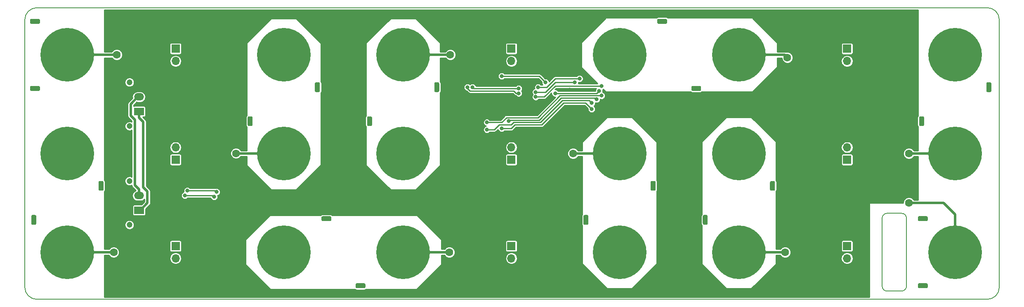
<source format=gbr>
%TF.GenerationSoftware,KiCad,Pcbnew,(5.0.0-rc2-dev-733-g23a9fcd91)*%
%TF.CreationDate,2018-05-26T11:51:58+02:00*%
%TF.ProjectId,CellsBoard,43656C6C73426F6172642E6B69636164,rev?*%
%TF.SameCoordinates,Original*%
%TF.FileFunction,Copper,L2,Bot,Signal*%
%TF.FilePolarity,Positive*%
%FSLAX46Y46*%
G04 Gerber Fmt 4.6, Leading zero omitted, Abs format (unit mm)*
G04 Created by KiCad (PCBNEW (5.0.0-rc2-dev-733-g23a9fcd91)) date 05/26/18 11:51:58*
%MOMM*%
%LPD*%
G01*
G04 APERTURE LIST*
%ADD10C,0.150000*%
%ADD11O,2.000000X1.500000*%
%ADD12R,2.000000X1.500000*%
%ADD13C,1.200000*%
%ADD14C,11.000000*%
%ADD15C,0.900000*%
%ADD16C,1.000000*%
%ADD17O,1.700000X1.700000*%
%ADD18R,1.700000X1.700000*%
%ADD19C,0.800000*%
%ADD20C,1.600000*%
%ADD21C,0.250000*%
%ADD22C,0.500000*%
G04 APERTURE END LIST*
D10*
X226950000Y-132300000D02*
X229950000Y-132300000D01*
X225950000Y-147300000D02*
X225950000Y-133300000D01*
X229950000Y-148300000D02*
X226950000Y-148300000D01*
X230950000Y-133300000D02*
X230950000Y-147300000D01*
X226950000Y-148300000D02*
G75*
G02X225950000Y-147300000I0J1000000D01*
G01*
X225950000Y-133300000D02*
G75*
G02X226950000Y-132300000I1000000J0D01*
G01*
X229950000Y-132300000D02*
G75*
G02X230950000Y-133300000I0J-1000000D01*
G01*
X230950000Y-147300000D02*
G75*
G02X229950000Y-148300000I-1000000J0D01*
G01*
X247500000Y-90000000D02*
X52500000Y-90000000D01*
X247500000Y-90000000D02*
G75*
G02X250000000Y-92500000I0J-2500000D01*
G01*
X250000000Y-147500000D02*
X250000000Y-92500000D01*
X250000000Y-147500000D02*
G75*
G02X247500000Y-150000000I-2500000J0D01*
G01*
X52500000Y-150000000D02*
X247500000Y-150000000D01*
X52500000Y-150000000D02*
G75*
G02X50000000Y-147500000I0J2500000D01*
G01*
X50000000Y-92500000D02*
X50000000Y-147500000D01*
X50000000Y-92500000D02*
G75*
G02X52500000Y-90000000I2500000J0D01*
G01*
D11*
X73450000Y-108350000D03*
D12*
X73450000Y-111350000D03*
D13*
X71490000Y-105350000D03*
X71490000Y-114350000D03*
D11*
X73450000Y-128650000D03*
D12*
X73450000Y-131650000D03*
D13*
X71490000Y-125650000D03*
X71490000Y-134650000D03*
D14*
X240950000Y-140300000D03*
D15*
X240950000Y-136175000D03*
X243876815Y-137373185D03*
X245075000Y-140300000D03*
X243876815Y-143226815D03*
X240950000Y-144425000D03*
X238023185Y-143226815D03*
X236825000Y-140300000D03*
X238023185Y-137373185D03*
D10*
G36*
X235074504Y-132901204D02*
X235098773Y-132904804D01*
X235122571Y-132910765D01*
X235145671Y-132919030D01*
X235167849Y-132929520D01*
X235188893Y-132942133D01*
X235208598Y-132956747D01*
X235226777Y-132973223D01*
X235243253Y-132991402D01*
X235257867Y-133011107D01*
X235270480Y-133032151D01*
X235280970Y-133054329D01*
X235289235Y-133077429D01*
X235295196Y-133101227D01*
X235298796Y-133125496D01*
X235300000Y-133150000D01*
X235300000Y-133650000D01*
X235298796Y-133674504D01*
X235295196Y-133698773D01*
X235289235Y-133722571D01*
X235280970Y-133745671D01*
X235270480Y-133767849D01*
X235257867Y-133788893D01*
X235243253Y-133808598D01*
X235226777Y-133826777D01*
X235208598Y-133843253D01*
X235188893Y-133857867D01*
X235167849Y-133870480D01*
X235145671Y-133880970D01*
X235122571Y-133889235D01*
X235098773Y-133895196D01*
X235074504Y-133898796D01*
X235050000Y-133900000D01*
X233550000Y-133900000D01*
X233525496Y-133898796D01*
X233501227Y-133895196D01*
X233477429Y-133889235D01*
X233454329Y-133880970D01*
X233432151Y-133870480D01*
X233411107Y-133857867D01*
X233391402Y-133843253D01*
X233373223Y-133826777D01*
X233356747Y-133808598D01*
X233342133Y-133788893D01*
X233329520Y-133767849D01*
X233319030Y-133745671D01*
X233310765Y-133722571D01*
X233304804Y-133698773D01*
X233301204Y-133674504D01*
X233300000Y-133650000D01*
X233300000Y-133150000D01*
X233301204Y-133125496D01*
X233304804Y-133101227D01*
X233310765Y-133077429D01*
X233319030Y-133054329D01*
X233329520Y-133032151D01*
X233342133Y-133011107D01*
X233356747Y-132991402D01*
X233373223Y-132973223D01*
X233391402Y-132956747D01*
X233411107Y-132942133D01*
X233432151Y-132929520D01*
X233454329Y-132919030D01*
X233477429Y-132910765D01*
X233501227Y-132904804D01*
X233525496Y-132901204D01*
X233550000Y-132900000D01*
X235050000Y-132900000D01*
X235074504Y-132901204D01*
X235074504Y-132901204D01*
G37*
D16*
X234300000Y-133400000D03*
D10*
G36*
X235074504Y-146701204D02*
X235098773Y-146704804D01*
X235122571Y-146710765D01*
X235145671Y-146719030D01*
X235167849Y-146729520D01*
X235188893Y-146742133D01*
X235208598Y-146756747D01*
X235226777Y-146773223D01*
X235243253Y-146791402D01*
X235257867Y-146811107D01*
X235270480Y-146832151D01*
X235280970Y-146854329D01*
X235289235Y-146877429D01*
X235295196Y-146901227D01*
X235298796Y-146925496D01*
X235300000Y-146950000D01*
X235300000Y-147450000D01*
X235298796Y-147474504D01*
X235295196Y-147498773D01*
X235289235Y-147522571D01*
X235280970Y-147545671D01*
X235270480Y-147567849D01*
X235257867Y-147588893D01*
X235243253Y-147608598D01*
X235226777Y-147626777D01*
X235208598Y-147643253D01*
X235188893Y-147657867D01*
X235167849Y-147670480D01*
X235145671Y-147680970D01*
X235122571Y-147689235D01*
X235098773Y-147695196D01*
X235074504Y-147698796D01*
X235050000Y-147700000D01*
X233550000Y-147700000D01*
X233525496Y-147698796D01*
X233501227Y-147695196D01*
X233477429Y-147689235D01*
X233454329Y-147680970D01*
X233432151Y-147670480D01*
X233411107Y-147657867D01*
X233391402Y-147643253D01*
X233373223Y-147626777D01*
X233356747Y-147608598D01*
X233342133Y-147588893D01*
X233329520Y-147567849D01*
X233319030Y-147545671D01*
X233310765Y-147522571D01*
X233304804Y-147498773D01*
X233301204Y-147474504D01*
X233300000Y-147450000D01*
X233300000Y-146950000D01*
X233301204Y-146925496D01*
X233304804Y-146901227D01*
X233310765Y-146877429D01*
X233319030Y-146854329D01*
X233329520Y-146832151D01*
X233342133Y-146811107D01*
X233356747Y-146791402D01*
X233373223Y-146773223D01*
X233391402Y-146756747D01*
X233411107Y-146742133D01*
X233432151Y-146729520D01*
X233454329Y-146719030D01*
X233477429Y-146710765D01*
X233501227Y-146704804D01*
X233525496Y-146701204D01*
X233550000Y-146700000D01*
X235050000Y-146700000D01*
X235074504Y-146701204D01*
X235074504Y-146701204D01*
G37*
D16*
X234300000Y-147200000D03*
D10*
G36*
X119674504Y-146701204D02*
X119698773Y-146704804D01*
X119722571Y-146710765D01*
X119745671Y-146719030D01*
X119767849Y-146729520D01*
X119788893Y-146742133D01*
X119808598Y-146756747D01*
X119826777Y-146773223D01*
X119843253Y-146791402D01*
X119857867Y-146811107D01*
X119870480Y-146832151D01*
X119880970Y-146854329D01*
X119889235Y-146877429D01*
X119895196Y-146901227D01*
X119898796Y-146925496D01*
X119900000Y-146950000D01*
X119900000Y-147450000D01*
X119898796Y-147474504D01*
X119895196Y-147498773D01*
X119889235Y-147522571D01*
X119880970Y-147545671D01*
X119870480Y-147567849D01*
X119857867Y-147588893D01*
X119843253Y-147608598D01*
X119826777Y-147626777D01*
X119808598Y-147643253D01*
X119788893Y-147657867D01*
X119767849Y-147670480D01*
X119745671Y-147680970D01*
X119722571Y-147689235D01*
X119698773Y-147695196D01*
X119674504Y-147698796D01*
X119650000Y-147700000D01*
X118150000Y-147700000D01*
X118125496Y-147698796D01*
X118101227Y-147695196D01*
X118077429Y-147689235D01*
X118054329Y-147680970D01*
X118032151Y-147670480D01*
X118011107Y-147657867D01*
X117991402Y-147643253D01*
X117973223Y-147626777D01*
X117956747Y-147608598D01*
X117942133Y-147588893D01*
X117929520Y-147567849D01*
X117919030Y-147545671D01*
X117910765Y-147522571D01*
X117904804Y-147498773D01*
X117901204Y-147474504D01*
X117900000Y-147450000D01*
X117900000Y-146950000D01*
X117901204Y-146925496D01*
X117904804Y-146901227D01*
X117910765Y-146877429D01*
X117919030Y-146854329D01*
X117929520Y-146832151D01*
X117942133Y-146811107D01*
X117956747Y-146791402D01*
X117973223Y-146773223D01*
X117991402Y-146756747D01*
X118011107Y-146742133D01*
X118032151Y-146729520D01*
X118054329Y-146719030D01*
X118077429Y-146710765D01*
X118101227Y-146704804D01*
X118125496Y-146701204D01*
X118150000Y-146700000D01*
X119650000Y-146700000D01*
X119674504Y-146701204D01*
X119674504Y-146701204D01*
G37*
D16*
X118900000Y-147200000D03*
D10*
G36*
X112674504Y-132901204D02*
X112698773Y-132904804D01*
X112722571Y-132910765D01*
X112745671Y-132919030D01*
X112767849Y-132929520D01*
X112788893Y-132942133D01*
X112808598Y-132956747D01*
X112826777Y-132973223D01*
X112843253Y-132991402D01*
X112857867Y-133011107D01*
X112870480Y-133032151D01*
X112880970Y-133054329D01*
X112889235Y-133077429D01*
X112895196Y-133101227D01*
X112898796Y-133125496D01*
X112900000Y-133150000D01*
X112900000Y-133650000D01*
X112898796Y-133674504D01*
X112895196Y-133698773D01*
X112889235Y-133722571D01*
X112880970Y-133745671D01*
X112870480Y-133767849D01*
X112857867Y-133788893D01*
X112843253Y-133808598D01*
X112826777Y-133826777D01*
X112808598Y-133843253D01*
X112788893Y-133857867D01*
X112767849Y-133870480D01*
X112745671Y-133880970D01*
X112722571Y-133889235D01*
X112698773Y-133895196D01*
X112674504Y-133898796D01*
X112650000Y-133900000D01*
X111150000Y-133900000D01*
X111125496Y-133898796D01*
X111101227Y-133895196D01*
X111077429Y-133889235D01*
X111054329Y-133880970D01*
X111032151Y-133870480D01*
X111011107Y-133857867D01*
X110991402Y-133843253D01*
X110973223Y-133826777D01*
X110956747Y-133808598D01*
X110942133Y-133788893D01*
X110929520Y-133767849D01*
X110919030Y-133745671D01*
X110910765Y-133722571D01*
X110904804Y-133698773D01*
X110901204Y-133674504D01*
X110900000Y-133650000D01*
X110900000Y-133150000D01*
X110901204Y-133125496D01*
X110904804Y-133101227D01*
X110910765Y-133077429D01*
X110919030Y-133054329D01*
X110929520Y-133032151D01*
X110942133Y-133011107D01*
X110956747Y-132991402D01*
X110973223Y-132973223D01*
X110991402Y-132956747D01*
X111011107Y-132942133D01*
X111032151Y-132929520D01*
X111054329Y-132919030D01*
X111077429Y-132910765D01*
X111101227Y-132904804D01*
X111125496Y-132901204D01*
X111150000Y-132900000D01*
X112650000Y-132900000D01*
X112674504Y-132901204D01*
X112674504Y-132901204D01*
G37*
D16*
X111900000Y-133400000D03*
D14*
X127650000Y-140300000D03*
D15*
X124723185Y-143226815D03*
X127650000Y-136175000D03*
X130576815Y-143226815D03*
X130576815Y-137373185D03*
X124723185Y-137373185D03*
X127650000Y-144425000D03*
X123525000Y-140300000D03*
X131775000Y-140300000D03*
X106076815Y-137373185D03*
X103150000Y-136175000D03*
X100223185Y-137373185D03*
X99025000Y-140300000D03*
X100223185Y-143226815D03*
X103150000Y-144425000D03*
X106076815Y-143226815D03*
X107275000Y-140300000D03*
D14*
X103150000Y-140300000D03*
D10*
G36*
X188574504Y-106101204D02*
X188598773Y-106104804D01*
X188622571Y-106110765D01*
X188645671Y-106119030D01*
X188667849Y-106129520D01*
X188688893Y-106142133D01*
X188708598Y-106156747D01*
X188726777Y-106173223D01*
X188743253Y-106191402D01*
X188757867Y-106211107D01*
X188770480Y-106232151D01*
X188780970Y-106254329D01*
X188789235Y-106277429D01*
X188795196Y-106301227D01*
X188798796Y-106325496D01*
X188800000Y-106350000D01*
X188800000Y-106850000D01*
X188798796Y-106874504D01*
X188795196Y-106898773D01*
X188789235Y-106922571D01*
X188780970Y-106945671D01*
X188770480Y-106967849D01*
X188757867Y-106988893D01*
X188743253Y-107008598D01*
X188726777Y-107026777D01*
X188708598Y-107043253D01*
X188688893Y-107057867D01*
X188667849Y-107070480D01*
X188645671Y-107080970D01*
X188622571Y-107089235D01*
X188598773Y-107095196D01*
X188574504Y-107098796D01*
X188550000Y-107100000D01*
X187050000Y-107100000D01*
X187025496Y-107098796D01*
X187001227Y-107095196D01*
X186977429Y-107089235D01*
X186954329Y-107080970D01*
X186932151Y-107070480D01*
X186911107Y-107057867D01*
X186891402Y-107043253D01*
X186873223Y-107026777D01*
X186856747Y-107008598D01*
X186842133Y-106988893D01*
X186829520Y-106967849D01*
X186819030Y-106945671D01*
X186810765Y-106922571D01*
X186804804Y-106898773D01*
X186801204Y-106874504D01*
X186800000Y-106850000D01*
X186800000Y-106350000D01*
X186801204Y-106325496D01*
X186804804Y-106301227D01*
X186810765Y-106277429D01*
X186819030Y-106254329D01*
X186829520Y-106232151D01*
X186842133Y-106211107D01*
X186856747Y-106191402D01*
X186873223Y-106173223D01*
X186891402Y-106156747D01*
X186911107Y-106142133D01*
X186932151Y-106129520D01*
X186954329Y-106119030D01*
X186977429Y-106110765D01*
X187001227Y-106104804D01*
X187025496Y-106101204D01*
X187050000Y-106100000D01*
X188550000Y-106100000D01*
X188574504Y-106101204D01*
X188574504Y-106101204D01*
G37*
D16*
X187800000Y-106600000D03*
D10*
G36*
X181574504Y-92301204D02*
X181598773Y-92304804D01*
X181622571Y-92310765D01*
X181645671Y-92319030D01*
X181667849Y-92329520D01*
X181688893Y-92342133D01*
X181708598Y-92356747D01*
X181726777Y-92373223D01*
X181743253Y-92391402D01*
X181757867Y-92411107D01*
X181770480Y-92432151D01*
X181780970Y-92454329D01*
X181789235Y-92477429D01*
X181795196Y-92501227D01*
X181798796Y-92525496D01*
X181800000Y-92550000D01*
X181800000Y-93050000D01*
X181798796Y-93074504D01*
X181795196Y-93098773D01*
X181789235Y-93122571D01*
X181780970Y-93145671D01*
X181770480Y-93167849D01*
X181757867Y-93188893D01*
X181743253Y-93208598D01*
X181726777Y-93226777D01*
X181708598Y-93243253D01*
X181688893Y-93257867D01*
X181667849Y-93270480D01*
X181645671Y-93280970D01*
X181622571Y-93289235D01*
X181598773Y-93295196D01*
X181574504Y-93298796D01*
X181550000Y-93300000D01*
X180050000Y-93300000D01*
X180025496Y-93298796D01*
X180001227Y-93295196D01*
X179977429Y-93289235D01*
X179954329Y-93280970D01*
X179932151Y-93270480D01*
X179911107Y-93257867D01*
X179891402Y-93243253D01*
X179873223Y-93226777D01*
X179856747Y-93208598D01*
X179842133Y-93188893D01*
X179829520Y-93167849D01*
X179819030Y-93145671D01*
X179810765Y-93122571D01*
X179804804Y-93098773D01*
X179801204Y-93074504D01*
X179800000Y-93050000D01*
X179800000Y-92550000D01*
X179801204Y-92525496D01*
X179804804Y-92501227D01*
X179810765Y-92477429D01*
X179819030Y-92454329D01*
X179829520Y-92432151D01*
X179842133Y-92411107D01*
X179856747Y-92391402D01*
X179873223Y-92373223D01*
X179891402Y-92356747D01*
X179911107Y-92342133D01*
X179932151Y-92329520D01*
X179954329Y-92319030D01*
X179977429Y-92310765D01*
X180001227Y-92304804D01*
X180025496Y-92301204D01*
X180050000Y-92300000D01*
X181550000Y-92300000D01*
X181574504Y-92301204D01*
X181574504Y-92301204D01*
G37*
D16*
X180800000Y-92800000D03*
D14*
X196550000Y-99700000D03*
D15*
X193623185Y-102626815D03*
X196550000Y-95575000D03*
X199476815Y-102626815D03*
X199476815Y-96773185D03*
X193623185Y-96773185D03*
X196550000Y-103825000D03*
X192425000Y-99700000D03*
X200675000Y-99700000D03*
X174976815Y-96773185D03*
X172050000Y-95575000D03*
X169123185Y-96773185D03*
X167925000Y-99700000D03*
X169123185Y-102626815D03*
X172050000Y-103825000D03*
X174976815Y-102626815D03*
X176175000Y-99700000D03*
D14*
X172050000Y-99700000D03*
D10*
G36*
X110324504Y-105351204D02*
X110348773Y-105354804D01*
X110372571Y-105360765D01*
X110395671Y-105369030D01*
X110417849Y-105379520D01*
X110438893Y-105392133D01*
X110458598Y-105406747D01*
X110476777Y-105423223D01*
X110493253Y-105441402D01*
X110507867Y-105461107D01*
X110520480Y-105482151D01*
X110530970Y-105504329D01*
X110539235Y-105527429D01*
X110545196Y-105551227D01*
X110548796Y-105575496D01*
X110550000Y-105600000D01*
X110550000Y-107100000D01*
X110548796Y-107124504D01*
X110545196Y-107148773D01*
X110539235Y-107172571D01*
X110530970Y-107195671D01*
X110520480Y-107217849D01*
X110507867Y-107238893D01*
X110493253Y-107258598D01*
X110476777Y-107276777D01*
X110458598Y-107293253D01*
X110438893Y-107307867D01*
X110417849Y-107320480D01*
X110395671Y-107330970D01*
X110372571Y-107339235D01*
X110348773Y-107345196D01*
X110324504Y-107348796D01*
X110300000Y-107350000D01*
X109800000Y-107350000D01*
X109775496Y-107348796D01*
X109751227Y-107345196D01*
X109727429Y-107339235D01*
X109704329Y-107330970D01*
X109682151Y-107320480D01*
X109661107Y-107307867D01*
X109641402Y-107293253D01*
X109623223Y-107276777D01*
X109606747Y-107258598D01*
X109592133Y-107238893D01*
X109579520Y-107217849D01*
X109569030Y-107195671D01*
X109560765Y-107172571D01*
X109554804Y-107148773D01*
X109551204Y-107124504D01*
X109550000Y-107100000D01*
X109550000Y-105600000D01*
X109551204Y-105575496D01*
X109554804Y-105551227D01*
X109560765Y-105527429D01*
X109569030Y-105504329D01*
X109579520Y-105482151D01*
X109592133Y-105461107D01*
X109606747Y-105441402D01*
X109623223Y-105423223D01*
X109641402Y-105406747D01*
X109661107Y-105392133D01*
X109682151Y-105379520D01*
X109704329Y-105369030D01*
X109727429Y-105360765D01*
X109751227Y-105354804D01*
X109775496Y-105351204D01*
X109800000Y-105350000D01*
X110300000Y-105350000D01*
X110324504Y-105351204D01*
X110324504Y-105351204D01*
G37*
D16*
X110050000Y-106350000D03*
D10*
G36*
X96524504Y-112351204D02*
X96548773Y-112354804D01*
X96572571Y-112360765D01*
X96595671Y-112369030D01*
X96617849Y-112379520D01*
X96638893Y-112392133D01*
X96658598Y-112406747D01*
X96676777Y-112423223D01*
X96693253Y-112441402D01*
X96707867Y-112461107D01*
X96720480Y-112482151D01*
X96730970Y-112504329D01*
X96739235Y-112527429D01*
X96745196Y-112551227D01*
X96748796Y-112575496D01*
X96750000Y-112600000D01*
X96750000Y-114100000D01*
X96748796Y-114124504D01*
X96745196Y-114148773D01*
X96739235Y-114172571D01*
X96730970Y-114195671D01*
X96720480Y-114217849D01*
X96707867Y-114238893D01*
X96693253Y-114258598D01*
X96676777Y-114276777D01*
X96658598Y-114293253D01*
X96638893Y-114307867D01*
X96617849Y-114320480D01*
X96595671Y-114330970D01*
X96572571Y-114339235D01*
X96548773Y-114345196D01*
X96524504Y-114348796D01*
X96500000Y-114350000D01*
X96000000Y-114350000D01*
X95975496Y-114348796D01*
X95951227Y-114345196D01*
X95927429Y-114339235D01*
X95904329Y-114330970D01*
X95882151Y-114320480D01*
X95861107Y-114307867D01*
X95841402Y-114293253D01*
X95823223Y-114276777D01*
X95806747Y-114258598D01*
X95792133Y-114238893D01*
X95779520Y-114217849D01*
X95769030Y-114195671D01*
X95760765Y-114172571D01*
X95754804Y-114148773D01*
X95751204Y-114124504D01*
X95750000Y-114100000D01*
X95750000Y-112600000D01*
X95751204Y-112575496D01*
X95754804Y-112551227D01*
X95760765Y-112527429D01*
X95769030Y-112504329D01*
X95779520Y-112482151D01*
X95792133Y-112461107D01*
X95806747Y-112441402D01*
X95823223Y-112423223D01*
X95841402Y-112406747D01*
X95861107Y-112392133D01*
X95882151Y-112379520D01*
X95904329Y-112369030D01*
X95927429Y-112360765D01*
X95951227Y-112354804D01*
X95975496Y-112351204D01*
X96000000Y-112350000D01*
X96500000Y-112350000D01*
X96524504Y-112351204D01*
X96524504Y-112351204D01*
G37*
D16*
X96250000Y-113350000D03*
D14*
X103150000Y-99700000D03*
D15*
X106076815Y-102626815D03*
X99025000Y-99700000D03*
X106076815Y-96773185D03*
X100223185Y-96773185D03*
X100223185Y-102626815D03*
X107275000Y-99700000D03*
X103150000Y-103825000D03*
X103150000Y-95575000D03*
X100223185Y-117073185D03*
X99025000Y-120000000D03*
X100223185Y-122926815D03*
X103150000Y-124125000D03*
X106076815Y-122926815D03*
X107275000Y-120000000D03*
X106076815Y-117073185D03*
X103150000Y-115875000D03*
D14*
X103150000Y-120000000D03*
D10*
G36*
X65924504Y-125651204D02*
X65948773Y-125654804D01*
X65972571Y-125660765D01*
X65995671Y-125669030D01*
X66017849Y-125679520D01*
X66038893Y-125692133D01*
X66058598Y-125706747D01*
X66076777Y-125723223D01*
X66093253Y-125741402D01*
X66107867Y-125761107D01*
X66120480Y-125782151D01*
X66130970Y-125804329D01*
X66139235Y-125827429D01*
X66145196Y-125851227D01*
X66148796Y-125875496D01*
X66150000Y-125900000D01*
X66150000Y-127400000D01*
X66148796Y-127424504D01*
X66145196Y-127448773D01*
X66139235Y-127472571D01*
X66130970Y-127495671D01*
X66120480Y-127517849D01*
X66107867Y-127538893D01*
X66093253Y-127558598D01*
X66076777Y-127576777D01*
X66058598Y-127593253D01*
X66038893Y-127607867D01*
X66017849Y-127620480D01*
X65995671Y-127630970D01*
X65972571Y-127639235D01*
X65948773Y-127645196D01*
X65924504Y-127648796D01*
X65900000Y-127650000D01*
X65400000Y-127650000D01*
X65375496Y-127648796D01*
X65351227Y-127645196D01*
X65327429Y-127639235D01*
X65304329Y-127630970D01*
X65282151Y-127620480D01*
X65261107Y-127607867D01*
X65241402Y-127593253D01*
X65223223Y-127576777D01*
X65206747Y-127558598D01*
X65192133Y-127538893D01*
X65179520Y-127517849D01*
X65169030Y-127495671D01*
X65160765Y-127472571D01*
X65154804Y-127448773D01*
X65151204Y-127424504D01*
X65150000Y-127400000D01*
X65150000Y-125900000D01*
X65151204Y-125875496D01*
X65154804Y-125851227D01*
X65160765Y-125827429D01*
X65169030Y-125804329D01*
X65179520Y-125782151D01*
X65192133Y-125761107D01*
X65206747Y-125741402D01*
X65223223Y-125723223D01*
X65241402Y-125706747D01*
X65261107Y-125692133D01*
X65282151Y-125679520D01*
X65304329Y-125669030D01*
X65327429Y-125660765D01*
X65351227Y-125654804D01*
X65375496Y-125651204D01*
X65400000Y-125650000D01*
X65900000Y-125650000D01*
X65924504Y-125651204D01*
X65924504Y-125651204D01*
G37*
D16*
X65650000Y-126650000D03*
D10*
G36*
X52124504Y-132651204D02*
X52148773Y-132654804D01*
X52172571Y-132660765D01*
X52195671Y-132669030D01*
X52217849Y-132679520D01*
X52238893Y-132692133D01*
X52258598Y-132706747D01*
X52276777Y-132723223D01*
X52293253Y-132741402D01*
X52307867Y-132761107D01*
X52320480Y-132782151D01*
X52330970Y-132804329D01*
X52339235Y-132827429D01*
X52345196Y-132851227D01*
X52348796Y-132875496D01*
X52350000Y-132900000D01*
X52350000Y-134400000D01*
X52348796Y-134424504D01*
X52345196Y-134448773D01*
X52339235Y-134472571D01*
X52330970Y-134495671D01*
X52320480Y-134517849D01*
X52307867Y-134538893D01*
X52293253Y-134558598D01*
X52276777Y-134576777D01*
X52258598Y-134593253D01*
X52238893Y-134607867D01*
X52217849Y-134620480D01*
X52195671Y-134630970D01*
X52172571Y-134639235D01*
X52148773Y-134645196D01*
X52124504Y-134648796D01*
X52100000Y-134650000D01*
X51600000Y-134650000D01*
X51575496Y-134648796D01*
X51551227Y-134645196D01*
X51527429Y-134639235D01*
X51504329Y-134630970D01*
X51482151Y-134620480D01*
X51461107Y-134607867D01*
X51441402Y-134593253D01*
X51423223Y-134576777D01*
X51406747Y-134558598D01*
X51392133Y-134538893D01*
X51379520Y-134517849D01*
X51369030Y-134495671D01*
X51360765Y-134472571D01*
X51354804Y-134448773D01*
X51351204Y-134424504D01*
X51350000Y-134400000D01*
X51350000Y-132900000D01*
X51351204Y-132875496D01*
X51354804Y-132851227D01*
X51360765Y-132827429D01*
X51369030Y-132804329D01*
X51379520Y-132782151D01*
X51392133Y-132761107D01*
X51406747Y-132741402D01*
X51423223Y-132723223D01*
X51441402Y-132706747D01*
X51461107Y-132692133D01*
X51482151Y-132679520D01*
X51504329Y-132669030D01*
X51527429Y-132660765D01*
X51551227Y-132654804D01*
X51575496Y-132651204D01*
X51600000Y-132650000D01*
X52100000Y-132650000D01*
X52124504Y-132651204D01*
X52124504Y-132651204D01*
G37*
D16*
X51850000Y-133650000D03*
D14*
X58750000Y-120000000D03*
D15*
X61676815Y-122926815D03*
X54625000Y-120000000D03*
X61676815Y-117073185D03*
X55823185Y-117073185D03*
X55823185Y-122926815D03*
X62875000Y-120000000D03*
X58750000Y-124125000D03*
X58750000Y-115875000D03*
X55823185Y-137373185D03*
X54625000Y-140300000D03*
X55823185Y-143226815D03*
X58750000Y-144425000D03*
X61676815Y-143226815D03*
X62875000Y-140300000D03*
X61676815Y-137373185D03*
X58750000Y-136175000D03*
D14*
X58750000Y-140300000D03*
D10*
G36*
X165424504Y-132651204D02*
X165448773Y-132654804D01*
X165472571Y-132660765D01*
X165495671Y-132669030D01*
X165517849Y-132679520D01*
X165538893Y-132692133D01*
X165558598Y-132706747D01*
X165576777Y-132723223D01*
X165593253Y-132741402D01*
X165607867Y-132761107D01*
X165620480Y-132782151D01*
X165630970Y-132804329D01*
X165639235Y-132827429D01*
X165645196Y-132851227D01*
X165648796Y-132875496D01*
X165650000Y-132900000D01*
X165650000Y-134400000D01*
X165648796Y-134424504D01*
X165645196Y-134448773D01*
X165639235Y-134472571D01*
X165630970Y-134495671D01*
X165620480Y-134517849D01*
X165607867Y-134538893D01*
X165593253Y-134558598D01*
X165576777Y-134576777D01*
X165558598Y-134593253D01*
X165538893Y-134607867D01*
X165517849Y-134620480D01*
X165495671Y-134630970D01*
X165472571Y-134639235D01*
X165448773Y-134645196D01*
X165424504Y-134648796D01*
X165400000Y-134650000D01*
X164900000Y-134650000D01*
X164875496Y-134648796D01*
X164851227Y-134645196D01*
X164827429Y-134639235D01*
X164804329Y-134630970D01*
X164782151Y-134620480D01*
X164761107Y-134607867D01*
X164741402Y-134593253D01*
X164723223Y-134576777D01*
X164706747Y-134558598D01*
X164692133Y-134538893D01*
X164679520Y-134517849D01*
X164669030Y-134495671D01*
X164660765Y-134472571D01*
X164654804Y-134448773D01*
X164651204Y-134424504D01*
X164650000Y-134400000D01*
X164650000Y-132900000D01*
X164651204Y-132875496D01*
X164654804Y-132851227D01*
X164660765Y-132827429D01*
X164669030Y-132804329D01*
X164679520Y-132782151D01*
X164692133Y-132761107D01*
X164706747Y-132741402D01*
X164723223Y-132723223D01*
X164741402Y-132706747D01*
X164761107Y-132692133D01*
X164782151Y-132679520D01*
X164804329Y-132669030D01*
X164827429Y-132660765D01*
X164851227Y-132654804D01*
X164875496Y-132651204D01*
X164900000Y-132650000D01*
X165400000Y-132650000D01*
X165424504Y-132651204D01*
X165424504Y-132651204D01*
G37*
D16*
X165150000Y-133650000D03*
D10*
G36*
X179224504Y-125651204D02*
X179248773Y-125654804D01*
X179272571Y-125660765D01*
X179295671Y-125669030D01*
X179317849Y-125679520D01*
X179338893Y-125692133D01*
X179358598Y-125706747D01*
X179376777Y-125723223D01*
X179393253Y-125741402D01*
X179407867Y-125761107D01*
X179420480Y-125782151D01*
X179430970Y-125804329D01*
X179439235Y-125827429D01*
X179445196Y-125851227D01*
X179448796Y-125875496D01*
X179450000Y-125900000D01*
X179450000Y-127400000D01*
X179448796Y-127424504D01*
X179445196Y-127448773D01*
X179439235Y-127472571D01*
X179430970Y-127495671D01*
X179420480Y-127517849D01*
X179407867Y-127538893D01*
X179393253Y-127558598D01*
X179376777Y-127576777D01*
X179358598Y-127593253D01*
X179338893Y-127607867D01*
X179317849Y-127620480D01*
X179295671Y-127630970D01*
X179272571Y-127639235D01*
X179248773Y-127645196D01*
X179224504Y-127648796D01*
X179200000Y-127650000D01*
X178700000Y-127650000D01*
X178675496Y-127648796D01*
X178651227Y-127645196D01*
X178627429Y-127639235D01*
X178604329Y-127630970D01*
X178582151Y-127620480D01*
X178561107Y-127607867D01*
X178541402Y-127593253D01*
X178523223Y-127576777D01*
X178506747Y-127558598D01*
X178492133Y-127538893D01*
X178479520Y-127517849D01*
X178469030Y-127495671D01*
X178460765Y-127472571D01*
X178454804Y-127448773D01*
X178451204Y-127424504D01*
X178450000Y-127400000D01*
X178450000Y-125900000D01*
X178451204Y-125875496D01*
X178454804Y-125851227D01*
X178460765Y-125827429D01*
X178469030Y-125804329D01*
X178479520Y-125782151D01*
X178492133Y-125761107D01*
X178506747Y-125741402D01*
X178523223Y-125723223D01*
X178541402Y-125706747D01*
X178561107Y-125692133D01*
X178582151Y-125679520D01*
X178604329Y-125669030D01*
X178627429Y-125660765D01*
X178651227Y-125654804D01*
X178675496Y-125651204D01*
X178700000Y-125650000D01*
X179200000Y-125650000D01*
X179224504Y-125651204D01*
X179224504Y-125651204D01*
G37*
D16*
X178950000Y-126650000D03*
D14*
X172050000Y-140300000D03*
D15*
X169123185Y-137373185D03*
X176175000Y-140300000D03*
X169123185Y-143226815D03*
X174976815Y-143226815D03*
X174976815Y-137373185D03*
X167925000Y-140300000D03*
X172050000Y-136175000D03*
X172050000Y-144425000D03*
X174976815Y-122926815D03*
X176175000Y-120000000D03*
X174976815Y-117073185D03*
X172050000Y-115875000D03*
X169123185Y-117073185D03*
X167925000Y-120000000D03*
X169123185Y-122926815D03*
X172050000Y-124125000D03*
D14*
X172050000Y-120000000D03*
D10*
G36*
X121024504Y-112351204D02*
X121048773Y-112354804D01*
X121072571Y-112360765D01*
X121095671Y-112369030D01*
X121117849Y-112379520D01*
X121138893Y-112392133D01*
X121158598Y-112406747D01*
X121176777Y-112423223D01*
X121193253Y-112441402D01*
X121207867Y-112461107D01*
X121220480Y-112482151D01*
X121230970Y-112504329D01*
X121239235Y-112527429D01*
X121245196Y-112551227D01*
X121248796Y-112575496D01*
X121250000Y-112600000D01*
X121250000Y-114100000D01*
X121248796Y-114124504D01*
X121245196Y-114148773D01*
X121239235Y-114172571D01*
X121230970Y-114195671D01*
X121220480Y-114217849D01*
X121207867Y-114238893D01*
X121193253Y-114258598D01*
X121176777Y-114276777D01*
X121158598Y-114293253D01*
X121138893Y-114307867D01*
X121117849Y-114320480D01*
X121095671Y-114330970D01*
X121072571Y-114339235D01*
X121048773Y-114345196D01*
X121024504Y-114348796D01*
X121000000Y-114350000D01*
X120500000Y-114350000D01*
X120475496Y-114348796D01*
X120451227Y-114345196D01*
X120427429Y-114339235D01*
X120404329Y-114330970D01*
X120382151Y-114320480D01*
X120361107Y-114307867D01*
X120341402Y-114293253D01*
X120323223Y-114276777D01*
X120306747Y-114258598D01*
X120292133Y-114238893D01*
X120279520Y-114217849D01*
X120269030Y-114195671D01*
X120260765Y-114172571D01*
X120254804Y-114148773D01*
X120251204Y-114124504D01*
X120250000Y-114100000D01*
X120250000Y-112600000D01*
X120251204Y-112575496D01*
X120254804Y-112551227D01*
X120260765Y-112527429D01*
X120269030Y-112504329D01*
X120279520Y-112482151D01*
X120292133Y-112461107D01*
X120306747Y-112441402D01*
X120323223Y-112423223D01*
X120341402Y-112406747D01*
X120361107Y-112392133D01*
X120382151Y-112379520D01*
X120404329Y-112369030D01*
X120427429Y-112360765D01*
X120451227Y-112354804D01*
X120475496Y-112351204D01*
X120500000Y-112350000D01*
X121000000Y-112350000D01*
X121024504Y-112351204D01*
X121024504Y-112351204D01*
G37*
D16*
X120750000Y-113350000D03*
D10*
G36*
X134824504Y-105351204D02*
X134848773Y-105354804D01*
X134872571Y-105360765D01*
X134895671Y-105369030D01*
X134917849Y-105379520D01*
X134938893Y-105392133D01*
X134958598Y-105406747D01*
X134976777Y-105423223D01*
X134993253Y-105441402D01*
X135007867Y-105461107D01*
X135020480Y-105482151D01*
X135030970Y-105504329D01*
X135039235Y-105527429D01*
X135045196Y-105551227D01*
X135048796Y-105575496D01*
X135050000Y-105600000D01*
X135050000Y-107100000D01*
X135048796Y-107124504D01*
X135045196Y-107148773D01*
X135039235Y-107172571D01*
X135030970Y-107195671D01*
X135020480Y-107217849D01*
X135007867Y-107238893D01*
X134993253Y-107258598D01*
X134976777Y-107276777D01*
X134958598Y-107293253D01*
X134938893Y-107307867D01*
X134917849Y-107320480D01*
X134895671Y-107330970D01*
X134872571Y-107339235D01*
X134848773Y-107345196D01*
X134824504Y-107348796D01*
X134800000Y-107350000D01*
X134300000Y-107350000D01*
X134275496Y-107348796D01*
X134251227Y-107345196D01*
X134227429Y-107339235D01*
X134204329Y-107330970D01*
X134182151Y-107320480D01*
X134161107Y-107307867D01*
X134141402Y-107293253D01*
X134123223Y-107276777D01*
X134106747Y-107258598D01*
X134092133Y-107238893D01*
X134079520Y-107217849D01*
X134069030Y-107195671D01*
X134060765Y-107172571D01*
X134054804Y-107148773D01*
X134051204Y-107124504D01*
X134050000Y-107100000D01*
X134050000Y-105600000D01*
X134051204Y-105575496D01*
X134054804Y-105551227D01*
X134060765Y-105527429D01*
X134069030Y-105504329D01*
X134079520Y-105482151D01*
X134092133Y-105461107D01*
X134106747Y-105441402D01*
X134123223Y-105423223D01*
X134141402Y-105406747D01*
X134161107Y-105392133D01*
X134182151Y-105379520D01*
X134204329Y-105369030D01*
X134227429Y-105360765D01*
X134251227Y-105354804D01*
X134275496Y-105351204D01*
X134300000Y-105350000D01*
X134800000Y-105350000D01*
X134824504Y-105351204D01*
X134824504Y-105351204D01*
G37*
D16*
X134550000Y-106350000D03*
D14*
X127650000Y-120000000D03*
D15*
X124723185Y-117073185D03*
X131775000Y-120000000D03*
X124723185Y-122926815D03*
X130576815Y-122926815D03*
X130576815Y-117073185D03*
X123525000Y-120000000D03*
X127650000Y-115875000D03*
X127650000Y-124125000D03*
X130576815Y-102626815D03*
X131775000Y-99700000D03*
X130576815Y-96773185D03*
X127650000Y-95575000D03*
X124723185Y-96773185D03*
X123525000Y-99700000D03*
X124723185Y-102626815D03*
X127650000Y-103825000D03*
D14*
X127650000Y-99700000D03*
D10*
G36*
X248124504Y-105351204D02*
X248148773Y-105354804D01*
X248172571Y-105360765D01*
X248195671Y-105369030D01*
X248217849Y-105379520D01*
X248238893Y-105392133D01*
X248258598Y-105406747D01*
X248276777Y-105423223D01*
X248293253Y-105441402D01*
X248307867Y-105461107D01*
X248320480Y-105482151D01*
X248330970Y-105504329D01*
X248339235Y-105527429D01*
X248345196Y-105551227D01*
X248348796Y-105575496D01*
X248350000Y-105600000D01*
X248350000Y-107100000D01*
X248348796Y-107124504D01*
X248345196Y-107148773D01*
X248339235Y-107172571D01*
X248330970Y-107195671D01*
X248320480Y-107217849D01*
X248307867Y-107238893D01*
X248293253Y-107258598D01*
X248276777Y-107276777D01*
X248258598Y-107293253D01*
X248238893Y-107307867D01*
X248217849Y-107320480D01*
X248195671Y-107330970D01*
X248172571Y-107339235D01*
X248148773Y-107345196D01*
X248124504Y-107348796D01*
X248100000Y-107350000D01*
X247600000Y-107350000D01*
X247575496Y-107348796D01*
X247551227Y-107345196D01*
X247527429Y-107339235D01*
X247504329Y-107330970D01*
X247482151Y-107320480D01*
X247461107Y-107307867D01*
X247441402Y-107293253D01*
X247423223Y-107276777D01*
X247406747Y-107258598D01*
X247392133Y-107238893D01*
X247379520Y-107217849D01*
X247369030Y-107195671D01*
X247360765Y-107172571D01*
X247354804Y-107148773D01*
X247351204Y-107124504D01*
X247350000Y-107100000D01*
X247350000Y-105600000D01*
X247351204Y-105575496D01*
X247354804Y-105551227D01*
X247360765Y-105527429D01*
X247369030Y-105504329D01*
X247379520Y-105482151D01*
X247392133Y-105461107D01*
X247406747Y-105441402D01*
X247423223Y-105423223D01*
X247441402Y-105406747D01*
X247461107Y-105392133D01*
X247482151Y-105379520D01*
X247504329Y-105369030D01*
X247527429Y-105360765D01*
X247551227Y-105354804D01*
X247575496Y-105351204D01*
X247600000Y-105350000D01*
X248100000Y-105350000D01*
X248124504Y-105351204D01*
X248124504Y-105351204D01*
G37*
D16*
X247850000Y-106350000D03*
D10*
G36*
X234324504Y-112351204D02*
X234348773Y-112354804D01*
X234372571Y-112360765D01*
X234395671Y-112369030D01*
X234417849Y-112379520D01*
X234438893Y-112392133D01*
X234458598Y-112406747D01*
X234476777Y-112423223D01*
X234493253Y-112441402D01*
X234507867Y-112461107D01*
X234520480Y-112482151D01*
X234530970Y-112504329D01*
X234539235Y-112527429D01*
X234545196Y-112551227D01*
X234548796Y-112575496D01*
X234550000Y-112600000D01*
X234550000Y-114100000D01*
X234548796Y-114124504D01*
X234545196Y-114148773D01*
X234539235Y-114172571D01*
X234530970Y-114195671D01*
X234520480Y-114217849D01*
X234507867Y-114238893D01*
X234493253Y-114258598D01*
X234476777Y-114276777D01*
X234458598Y-114293253D01*
X234438893Y-114307867D01*
X234417849Y-114320480D01*
X234395671Y-114330970D01*
X234372571Y-114339235D01*
X234348773Y-114345196D01*
X234324504Y-114348796D01*
X234300000Y-114350000D01*
X233800000Y-114350000D01*
X233775496Y-114348796D01*
X233751227Y-114345196D01*
X233727429Y-114339235D01*
X233704329Y-114330970D01*
X233682151Y-114320480D01*
X233661107Y-114307867D01*
X233641402Y-114293253D01*
X233623223Y-114276777D01*
X233606747Y-114258598D01*
X233592133Y-114238893D01*
X233579520Y-114217849D01*
X233569030Y-114195671D01*
X233560765Y-114172571D01*
X233554804Y-114148773D01*
X233551204Y-114124504D01*
X233550000Y-114100000D01*
X233550000Y-112600000D01*
X233551204Y-112575496D01*
X233554804Y-112551227D01*
X233560765Y-112527429D01*
X233569030Y-112504329D01*
X233579520Y-112482151D01*
X233592133Y-112461107D01*
X233606747Y-112441402D01*
X233623223Y-112423223D01*
X233641402Y-112406747D01*
X233661107Y-112392133D01*
X233682151Y-112379520D01*
X233704329Y-112369030D01*
X233727429Y-112360765D01*
X233751227Y-112354804D01*
X233775496Y-112351204D01*
X233800000Y-112350000D01*
X234300000Y-112350000D01*
X234324504Y-112351204D01*
X234324504Y-112351204D01*
G37*
D16*
X234050000Y-113350000D03*
D14*
X240950000Y-99700000D03*
D15*
X243876815Y-102626815D03*
X236825000Y-99700000D03*
X243876815Y-96773185D03*
X238023185Y-96773185D03*
X238023185Y-102626815D03*
X245075000Y-99700000D03*
X240950000Y-103825000D03*
X240950000Y-95575000D03*
X238023185Y-117073185D03*
X236825000Y-120000000D03*
X238023185Y-122926815D03*
X240950000Y-124125000D03*
X243876815Y-122926815D03*
X245075000Y-120000000D03*
X243876815Y-117073185D03*
X240950000Y-115875000D03*
D14*
X240950000Y-120000000D03*
D10*
G36*
X203724504Y-125651204D02*
X203748773Y-125654804D01*
X203772571Y-125660765D01*
X203795671Y-125669030D01*
X203817849Y-125679520D01*
X203838893Y-125692133D01*
X203858598Y-125706747D01*
X203876777Y-125723223D01*
X203893253Y-125741402D01*
X203907867Y-125761107D01*
X203920480Y-125782151D01*
X203930970Y-125804329D01*
X203939235Y-125827429D01*
X203945196Y-125851227D01*
X203948796Y-125875496D01*
X203950000Y-125900000D01*
X203950000Y-127400000D01*
X203948796Y-127424504D01*
X203945196Y-127448773D01*
X203939235Y-127472571D01*
X203930970Y-127495671D01*
X203920480Y-127517849D01*
X203907867Y-127538893D01*
X203893253Y-127558598D01*
X203876777Y-127576777D01*
X203858598Y-127593253D01*
X203838893Y-127607867D01*
X203817849Y-127620480D01*
X203795671Y-127630970D01*
X203772571Y-127639235D01*
X203748773Y-127645196D01*
X203724504Y-127648796D01*
X203700000Y-127650000D01*
X203200000Y-127650000D01*
X203175496Y-127648796D01*
X203151227Y-127645196D01*
X203127429Y-127639235D01*
X203104329Y-127630970D01*
X203082151Y-127620480D01*
X203061107Y-127607867D01*
X203041402Y-127593253D01*
X203023223Y-127576777D01*
X203006747Y-127558598D01*
X202992133Y-127538893D01*
X202979520Y-127517849D01*
X202969030Y-127495671D01*
X202960765Y-127472571D01*
X202954804Y-127448773D01*
X202951204Y-127424504D01*
X202950000Y-127400000D01*
X202950000Y-125900000D01*
X202951204Y-125875496D01*
X202954804Y-125851227D01*
X202960765Y-125827429D01*
X202969030Y-125804329D01*
X202979520Y-125782151D01*
X202992133Y-125761107D01*
X203006747Y-125741402D01*
X203023223Y-125723223D01*
X203041402Y-125706747D01*
X203061107Y-125692133D01*
X203082151Y-125679520D01*
X203104329Y-125669030D01*
X203127429Y-125660765D01*
X203151227Y-125654804D01*
X203175496Y-125651204D01*
X203200000Y-125650000D01*
X203700000Y-125650000D01*
X203724504Y-125651204D01*
X203724504Y-125651204D01*
G37*
D16*
X203450000Y-126650000D03*
D10*
G36*
X189924504Y-132651204D02*
X189948773Y-132654804D01*
X189972571Y-132660765D01*
X189995671Y-132669030D01*
X190017849Y-132679520D01*
X190038893Y-132692133D01*
X190058598Y-132706747D01*
X190076777Y-132723223D01*
X190093253Y-132741402D01*
X190107867Y-132761107D01*
X190120480Y-132782151D01*
X190130970Y-132804329D01*
X190139235Y-132827429D01*
X190145196Y-132851227D01*
X190148796Y-132875496D01*
X190150000Y-132900000D01*
X190150000Y-134400000D01*
X190148796Y-134424504D01*
X190145196Y-134448773D01*
X190139235Y-134472571D01*
X190130970Y-134495671D01*
X190120480Y-134517849D01*
X190107867Y-134538893D01*
X190093253Y-134558598D01*
X190076777Y-134576777D01*
X190058598Y-134593253D01*
X190038893Y-134607867D01*
X190017849Y-134620480D01*
X189995671Y-134630970D01*
X189972571Y-134639235D01*
X189948773Y-134645196D01*
X189924504Y-134648796D01*
X189900000Y-134650000D01*
X189400000Y-134650000D01*
X189375496Y-134648796D01*
X189351227Y-134645196D01*
X189327429Y-134639235D01*
X189304329Y-134630970D01*
X189282151Y-134620480D01*
X189261107Y-134607867D01*
X189241402Y-134593253D01*
X189223223Y-134576777D01*
X189206747Y-134558598D01*
X189192133Y-134538893D01*
X189179520Y-134517849D01*
X189169030Y-134495671D01*
X189160765Y-134472571D01*
X189154804Y-134448773D01*
X189151204Y-134424504D01*
X189150000Y-134400000D01*
X189150000Y-132900000D01*
X189151204Y-132875496D01*
X189154804Y-132851227D01*
X189160765Y-132827429D01*
X189169030Y-132804329D01*
X189179520Y-132782151D01*
X189192133Y-132761107D01*
X189206747Y-132741402D01*
X189223223Y-132723223D01*
X189241402Y-132706747D01*
X189261107Y-132692133D01*
X189282151Y-132679520D01*
X189304329Y-132669030D01*
X189327429Y-132660765D01*
X189351227Y-132654804D01*
X189375496Y-132651204D01*
X189400000Y-132650000D01*
X189900000Y-132650000D01*
X189924504Y-132651204D01*
X189924504Y-132651204D01*
G37*
D16*
X189650000Y-133650000D03*
D14*
X196550000Y-120000000D03*
D15*
X199476815Y-122926815D03*
X192425000Y-120000000D03*
X199476815Y-117073185D03*
X193623185Y-117073185D03*
X193623185Y-122926815D03*
X200675000Y-120000000D03*
X196550000Y-124125000D03*
X196550000Y-115875000D03*
X193623185Y-137373185D03*
X192425000Y-140300000D03*
X193623185Y-143226815D03*
X196550000Y-144425000D03*
X199476815Y-143226815D03*
X200675000Y-140300000D03*
X199476815Y-137373185D03*
X196550000Y-136175000D03*
D14*
X196550000Y-140300000D03*
X58750000Y-99700000D03*
D15*
X58750000Y-95575000D03*
X61676815Y-96773185D03*
X62875000Y-99700000D03*
X61676815Y-102626815D03*
X58750000Y-103825000D03*
X55823185Y-102626815D03*
X54625000Y-99700000D03*
X55823185Y-96773185D03*
D10*
G36*
X52874504Y-92301204D02*
X52898773Y-92304804D01*
X52922571Y-92310765D01*
X52945671Y-92319030D01*
X52967849Y-92329520D01*
X52988893Y-92342133D01*
X53008598Y-92356747D01*
X53026777Y-92373223D01*
X53043253Y-92391402D01*
X53057867Y-92411107D01*
X53070480Y-92432151D01*
X53080970Y-92454329D01*
X53089235Y-92477429D01*
X53095196Y-92501227D01*
X53098796Y-92525496D01*
X53100000Y-92550000D01*
X53100000Y-93050000D01*
X53098796Y-93074504D01*
X53095196Y-93098773D01*
X53089235Y-93122571D01*
X53080970Y-93145671D01*
X53070480Y-93167849D01*
X53057867Y-93188893D01*
X53043253Y-93208598D01*
X53026777Y-93226777D01*
X53008598Y-93243253D01*
X52988893Y-93257867D01*
X52967849Y-93270480D01*
X52945671Y-93280970D01*
X52922571Y-93289235D01*
X52898773Y-93295196D01*
X52874504Y-93298796D01*
X52850000Y-93300000D01*
X51350000Y-93300000D01*
X51325496Y-93298796D01*
X51301227Y-93295196D01*
X51277429Y-93289235D01*
X51254329Y-93280970D01*
X51232151Y-93270480D01*
X51211107Y-93257867D01*
X51191402Y-93243253D01*
X51173223Y-93226777D01*
X51156747Y-93208598D01*
X51142133Y-93188893D01*
X51129520Y-93167849D01*
X51119030Y-93145671D01*
X51110765Y-93122571D01*
X51104804Y-93098773D01*
X51101204Y-93074504D01*
X51100000Y-93050000D01*
X51100000Y-92550000D01*
X51101204Y-92525496D01*
X51104804Y-92501227D01*
X51110765Y-92477429D01*
X51119030Y-92454329D01*
X51129520Y-92432151D01*
X51142133Y-92411107D01*
X51156747Y-92391402D01*
X51173223Y-92373223D01*
X51191402Y-92356747D01*
X51211107Y-92342133D01*
X51232151Y-92329520D01*
X51254329Y-92319030D01*
X51277429Y-92310765D01*
X51301227Y-92304804D01*
X51325496Y-92301204D01*
X51350000Y-92300000D01*
X52850000Y-92300000D01*
X52874504Y-92301204D01*
X52874504Y-92301204D01*
G37*
D16*
X52100000Y-92800000D03*
D10*
G36*
X52874504Y-106101204D02*
X52898773Y-106104804D01*
X52922571Y-106110765D01*
X52945671Y-106119030D01*
X52967849Y-106129520D01*
X52988893Y-106142133D01*
X53008598Y-106156747D01*
X53026777Y-106173223D01*
X53043253Y-106191402D01*
X53057867Y-106211107D01*
X53070480Y-106232151D01*
X53080970Y-106254329D01*
X53089235Y-106277429D01*
X53095196Y-106301227D01*
X53098796Y-106325496D01*
X53100000Y-106350000D01*
X53100000Y-106850000D01*
X53098796Y-106874504D01*
X53095196Y-106898773D01*
X53089235Y-106922571D01*
X53080970Y-106945671D01*
X53070480Y-106967849D01*
X53057867Y-106988893D01*
X53043253Y-107008598D01*
X53026777Y-107026777D01*
X53008598Y-107043253D01*
X52988893Y-107057867D01*
X52967849Y-107070480D01*
X52945671Y-107080970D01*
X52922571Y-107089235D01*
X52898773Y-107095196D01*
X52874504Y-107098796D01*
X52850000Y-107100000D01*
X51350000Y-107100000D01*
X51325496Y-107098796D01*
X51301227Y-107095196D01*
X51277429Y-107089235D01*
X51254329Y-107080970D01*
X51232151Y-107070480D01*
X51211107Y-107057867D01*
X51191402Y-107043253D01*
X51173223Y-107026777D01*
X51156747Y-107008598D01*
X51142133Y-106988893D01*
X51129520Y-106967849D01*
X51119030Y-106945671D01*
X51110765Y-106922571D01*
X51104804Y-106898773D01*
X51101204Y-106874504D01*
X51100000Y-106850000D01*
X51100000Y-106350000D01*
X51101204Y-106325496D01*
X51104804Y-106301227D01*
X51110765Y-106277429D01*
X51119030Y-106254329D01*
X51129520Y-106232151D01*
X51142133Y-106211107D01*
X51156747Y-106191402D01*
X51173223Y-106173223D01*
X51191402Y-106156747D01*
X51211107Y-106142133D01*
X51232151Y-106129520D01*
X51254329Y-106119030D01*
X51277429Y-106110765D01*
X51301227Y-106104804D01*
X51325496Y-106101204D01*
X51350000Y-106100000D01*
X52850000Y-106100000D01*
X52874504Y-106101204D01*
X52874504Y-106101204D01*
G37*
D16*
X52100000Y-106600000D03*
D17*
X80950000Y-100970000D03*
D18*
X80950000Y-98430000D03*
X80950000Y-121270000D03*
D17*
X80950000Y-118730000D03*
X80950000Y-141570000D03*
D18*
X80950000Y-139030000D03*
D17*
X149850000Y-141570000D03*
D18*
X149850000Y-139030000D03*
D17*
X149850000Y-118730000D03*
D18*
X149850000Y-121270000D03*
D17*
X149850000Y-100970000D03*
D18*
X149850000Y-98430000D03*
D17*
X218750000Y-100970000D03*
D18*
X218750000Y-98430000D03*
D17*
X218750000Y-118730000D03*
D18*
X218750000Y-121270000D03*
X218750000Y-139030000D03*
D17*
X218750000Y-141570000D03*
D19*
X147850000Y-104100000D03*
X156850000Y-105350000D03*
X167850000Y-107100000D03*
X158850000Y-107600000D03*
X148350000Y-108100000D03*
X140762500Y-94730000D03*
X145762500Y-94730000D03*
X150762500Y-94730000D03*
X151850000Y-110350000D03*
X151350000Y-105350000D03*
X158850000Y-113850000D03*
X161850000Y-106850000D03*
X93450000Y-105000000D03*
X157350000Y-95850000D03*
D20*
X68885000Y-99700000D03*
X93375571Y-119963103D03*
X68250000Y-140300000D03*
X137150000Y-140300000D03*
X162550000Y-120020000D03*
X137327510Y-99700000D03*
X206499372Y-100250910D03*
X231450000Y-120000000D03*
X206050000Y-140300000D03*
X231450000Y-130150000D03*
D19*
X89350000Y-127900000D03*
X83350000Y-127650000D03*
X88850000Y-128900000D03*
X82850000Y-128650000D03*
X167350000Y-108850000D03*
X149350000Y-113350000D03*
X144850000Y-115100000D03*
X166350000Y-109600000D03*
X144850000Y-113600000D03*
X168350000Y-108100000D03*
X147850000Y-114850000D03*
X166350000Y-110850000D03*
X168350000Y-106100000D03*
X154850000Y-108350000D03*
X162850000Y-105350000D03*
X154850000Y-107350000D03*
X163850000Y-104600000D03*
X155350000Y-106350000D03*
X151350000Y-107600000D03*
X140850000Y-106350000D03*
X151350000Y-106600000D03*
X141850000Y-106350000D03*
D21*
X155600000Y-104100000D02*
X147850000Y-104100000D01*
X156850000Y-105350000D02*
X155600000Y-104100000D01*
X167350000Y-107600000D02*
X167850000Y-107100000D01*
X158850000Y-107600000D02*
X167350000Y-107600000D01*
D22*
X58750000Y-99700000D02*
X68885000Y-99700000D01*
X93412468Y-120000000D02*
X93375571Y-119963103D01*
X103150000Y-120000000D02*
X93412468Y-120000000D01*
X68250000Y-140300000D02*
X58750000Y-140300000D01*
X127650000Y-140300000D02*
X137150000Y-140300000D01*
X172050000Y-120000000D02*
X162570000Y-120000000D01*
X162570000Y-120000000D02*
X162550000Y-120020000D01*
X127650000Y-99700000D02*
X137327510Y-99700000D01*
X196550000Y-99700000D02*
X205948462Y-99700000D01*
X205948462Y-99700000D02*
X206499372Y-100250910D01*
X240950000Y-120000000D02*
X231450000Y-120000000D01*
X196550000Y-140300000D02*
X206050000Y-140300000D01*
X240950000Y-132521826D02*
X240950000Y-140300000D01*
X238578174Y-130150000D02*
X240950000Y-132521826D01*
X231450000Y-130150000D02*
X238578174Y-130150000D01*
D21*
X89100000Y-127650000D02*
X89350000Y-127900000D01*
X83350000Y-127650000D02*
X89100000Y-127650000D01*
X88600000Y-128650000D02*
X88850000Y-128900000D01*
X82850000Y-128650000D02*
X88600000Y-128650000D01*
X167100000Y-108600000D02*
X167350000Y-108850000D01*
X160100000Y-108600000D02*
X167100000Y-108600000D01*
X155600000Y-113100000D02*
X160100000Y-108600000D01*
X149350000Y-113350000D02*
X149600000Y-113100000D01*
X149600000Y-113100000D02*
X155600000Y-113100000D01*
X146350000Y-115100000D02*
X144850000Y-115100000D01*
X147350000Y-114100000D02*
X146350000Y-115100000D01*
X166350000Y-109600000D02*
X165850000Y-109100000D01*
X165850000Y-109100000D02*
X160350000Y-109100000D01*
X150350000Y-113600000D02*
X149850000Y-114100000D01*
X155850000Y-113600000D02*
X150350000Y-113600000D01*
X149850000Y-114100000D02*
X147350000Y-114100000D01*
X160350000Y-109100000D02*
X155850000Y-113600000D01*
X146100000Y-113600000D02*
X144850000Y-113600000D01*
X147850000Y-113600000D02*
X146100000Y-113600000D01*
X148850000Y-112600000D02*
X147850000Y-113600000D01*
X155350000Y-112600000D02*
X148850000Y-112600000D01*
X168350000Y-108100000D02*
X159850000Y-108100000D01*
X159850000Y-108100000D02*
X155350000Y-112600000D01*
X166350000Y-110850000D02*
X165100000Y-109600000D01*
X165100000Y-109600000D02*
X160600000Y-109600000D01*
X150600000Y-114100000D02*
X149850000Y-114850000D01*
X156100000Y-114100000D02*
X150600000Y-114100000D01*
X149850000Y-114850000D02*
X147850000Y-114850000D01*
X160600000Y-109600000D02*
X156100000Y-114100000D01*
D22*
X73200000Y-108350000D02*
X73450000Y-108350000D01*
X73450000Y-128650000D02*
X73450000Y-127400000D01*
X72585000Y-126535000D02*
X72585000Y-113080000D01*
X73450000Y-127400000D02*
X72585000Y-126535000D01*
X72585000Y-113080000D02*
X71720000Y-112215000D01*
X71720000Y-112215000D02*
X71720000Y-109830000D01*
X71720000Y-109830000D02*
X73200000Y-108350000D01*
X73450000Y-112600000D02*
X74315000Y-113465000D01*
X73450000Y-111350000D02*
X73450000Y-112600000D01*
X74315000Y-113465000D02*
X74315000Y-126920000D01*
X74315000Y-126920000D02*
X75180000Y-127785000D01*
X73700000Y-131650000D02*
X73450000Y-131650000D01*
X75180000Y-130170000D02*
X73700000Y-131650000D01*
X75180000Y-127785000D02*
X75180000Y-130170000D01*
D21*
X158850000Y-106100000D02*
X168350000Y-106100000D01*
X154850000Y-108350000D02*
X156600000Y-108350000D01*
X156600000Y-108350000D02*
X158850000Y-106100000D01*
X158850000Y-105350000D02*
X162850000Y-105350000D01*
X154850000Y-107350000D02*
X156850000Y-107350000D01*
X156850000Y-107350000D02*
X158850000Y-105350000D01*
X159850000Y-104600000D02*
X163850000Y-104600000D01*
X158850000Y-104600000D02*
X159850000Y-104600000D01*
X155350000Y-106350000D02*
X157100000Y-106350000D01*
X157100000Y-106350000D02*
X158850000Y-104600000D01*
X150850000Y-107600000D02*
X151350000Y-107600000D01*
X150350000Y-107100000D02*
X150850000Y-107600000D01*
X141350000Y-107100000D02*
X150350000Y-107100000D01*
X140850000Y-106350000D02*
X140850000Y-106600000D01*
X140850000Y-106600000D02*
X141350000Y-107100000D01*
X141850000Y-106350000D02*
X142100000Y-106600000D01*
X142100000Y-106600000D02*
X146850000Y-106600000D01*
X146850000Y-106600000D02*
X151350000Y-106600000D01*
G36*
X233325000Y-112194565D02*
X233215788Y-112358012D01*
X233167654Y-112600000D01*
X233167654Y-114100000D01*
X233215788Y-114341988D01*
X233325000Y-114505435D01*
X233325000Y-119375000D01*
X232462927Y-119375000D01*
X232446117Y-119334416D01*
X232115584Y-119003883D01*
X231683722Y-118825000D01*
X231216278Y-118825000D01*
X230784416Y-119003883D01*
X230453883Y-119334416D01*
X230275000Y-119766278D01*
X230275000Y-120233722D01*
X230453883Y-120665584D01*
X230784416Y-120996117D01*
X231216278Y-121175000D01*
X231683722Y-121175000D01*
X232115584Y-120996117D01*
X232446117Y-120665584D01*
X232462927Y-120625000D01*
X233325000Y-120625000D01*
X233325000Y-129525000D01*
X232462927Y-129525000D01*
X232446117Y-129484416D01*
X232115584Y-129153883D01*
X231683722Y-128975000D01*
X231216278Y-128975000D01*
X230784416Y-129153883D01*
X230453883Y-129484416D01*
X230275000Y-129916278D01*
X230275000Y-130175000D01*
X223450000Y-130175000D01*
X223402165Y-130184515D01*
X223361612Y-130211612D01*
X223334515Y-130252165D01*
X223325000Y-130300000D01*
X223325000Y-149550000D01*
X66375000Y-149550000D01*
X66375000Y-141570000D01*
X79701001Y-141570000D01*
X79796075Y-142047971D01*
X80066824Y-142453176D01*
X80472029Y-142723925D01*
X80829348Y-142795000D01*
X81070652Y-142795000D01*
X81427971Y-142723925D01*
X81833176Y-142453176D01*
X82103925Y-142047971D01*
X82198999Y-141570000D01*
X82103925Y-141092029D01*
X81833176Y-140686824D01*
X81427971Y-140416075D01*
X81070652Y-140345000D01*
X80829348Y-140345000D01*
X80472029Y-140416075D01*
X80066824Y-140686824D01*
X79796075Y-141092029D01*
X79701001Y-141570000D01*
X66375000Y-141570000D01*
X66375000Y-140925000D01*
X67237073Y-140925000D01*
X67253883Y-140965584D01*
X67584416Y-141296117D01*
X68016278Y-141475000D01*
X68483722Y-141475000D01*
X68915584Y-141296117D01*
X69246117Y-140965584D01*
X69425000Y-140533722D01*
X69425000Y-140066278D01*
X69246117Y-139634416D01*
X68915584Y-139303883D01*
X68483722Y-139125000D01*
X68016278Y-139125000D01*
X67584416Y-139303883D01*
X67253883Y-139634416D01*
X67237073Y-139675000D01*
X66375000Y-139675000D01*
X66375000Y-138180000D01*
X79717654Y-138180000D01*
X79717654Y-139880000D01*
X79746758Y-140026317D01*
X79829641Y-140150359D01*
X79953683Y-140233242D01*
X80100000Y-140262346D01*
X81800000Y-140262346D01*
X81946317Y-140233242D01*
X82070359Y-140150359D01*
X82153242Y-140026317D01*
X82182346Y-139880000D01*
X82182346Y-138180000D01*
X82153242Y-138033683D01*
X82070359Y-137909641D01*
X81946317Y-137826758D01*
X81811795Y-137800000D01*
X95275000Y-137800000D01*
X95275000Y-142800000D01*
X95284515Y-142847835D01*
X95311612Y-142888388D01*
X100311612Y-147888388D01*
X100352165Y-147915485D01*
X100400000Y-147925000D01*
X117744565Y-147925000D01*
X117908012Y-148034212D01*
X118150000Y-148082346D01*
X119650000Y-148082346D01*
X119891988Y-148034212D01*
X120055435Y-147925000D01*
X130400000Y-147925000D01*
X130447835Y-147915485D01*
X130488388Y-147888388D01*
X135488388Y-142888388D01*
X135515485Y-142847835D01*
X135525000Y-142800000D01*
X135525000Y-141570000D01*
X148601001Y-141570000D01*
X148696075Y-142047971D01*
X148966824Y-142453176D01*
X149372029Y-142723925D01*
X149729348Y-142795000D01*
X149970652Y-142795000D01*
X150327971Y-142723925D01*
X150733176Y-142453176D01*
X151003925Y-142047971D01*
X151098999Y-141570000D01*
X151003925Y-141092029D01*
X150733176Y-140686824D01*
X150327971Y-140416075D01*
X149970652Y-140345000D01*
X149729348Y-140345000D01*
X149372029Y-140416075D01*
X148966824Y-140686824D01*
X148696075Y-141092029D01*
X148601001Y-141570000D01*
X135525000Y-141570000D01*
X135525000Y-140925000D01*
X136137073Y-140925000D01*
X136153883Y-140965584D01*
X136484416Y-141296117D01*
X136916278Y-141475000D01*
X137383722Y-141475000D01*
X137815584Y-141296117D01*
X138146117Y-140965584D01*
X138325000Y-140533722D01*
X138325000Y-140066278D01*
X138146117Y-139634416D01*
X137815584Y-139303883D01*
X137383722Y-139125000D01*
X136916278Y-139125000D01*
X136484416Y-139303883D01*
X136153883Y-139634416D01*
X136137073Y-139675000D01*
X135525000Y-139675000D01*
X135525000Y-138180000D01*
X148617654Y-138180000D01*
X148617654Y-139880000D01*
X148646758Y-140026317D01*
X148729641Y-140150359D01*
X148853683Y-140233242D01*
X149000000Y-140262346D01*
X150700000Y-140262346D01*
X150846317Y-140233242D01*
X150970359Y-140150359D01*
X151053242Y-140026317D01*
X151082346Y-139880000D01*
X151082346Y-138180000D01*
X151053242Y-138033683D01*
X150970359Y-137909641D01*
X150846317Y-137826758D01*
X150700000Y-137797654D01*
X149000000Y-137797654D01*
X148853683Y-137826758D01*
X148729641Y-137909641D01*
X148646758Y-138033683D01*
X148617654Y-138180000D01*
X135525000Y-138180000D01*
X135525000Y-137800000D01*
X135515485Y-137752165D01*
X135488388Y-137711612D01*
X130488388Y-132711612D01*
X130447835Y-132684515D01*
X130400000Y-132675000D01*
X113055435Y-132675000D01*
X112891988Y-132565788D01*
X112650000Y-132517654D01*
X111150000Y-132517654D01*
X110908012Y-132565788D01*
X110744565Y-132675000D01*
X100400000Y-132675000D01*
X100352165Y-132684515D01*
X100311612Y-132711612D01*
X95311612Y-137711612D01*
X95284515Y-137752165D01*
X95275000Y-137800000D01*
X81811795Y-137800000D01*
X81800000Y-137797654D01*
X80100000Y-137797654D01*
X79953683Y-137826758D01*
X79829641Y-137909641D01*
X79746758Y-138033683D01*
X79717654Y-138180000D01*
X66375000Y-138180000D01*
X66375000Y-134456061D01*
X70515000Y-134456061D01*
X70515000Y-134843939D01*
X70663435Y-135202293D01*
X70937707Y-135476565D01*
X71296061Y-135625000D01*
X71683939Y-135625000D01*
X72042293Y-135476565D01*
X72316565Y-135202293D01*
X72465000Y-134843939D01*
X72465000Y-134456061D01*
X72316565Y-134097707D01*
X72042293Y-133823435D01*
X71683939Y-133675000D01*
X71296061Y-133675000D01*
X70937707Y-133823435D01*
X70663435Y-134097707D01*
X70515000Y-134456061D01*
X66375000Y-134456061D01*
X66375000Y-127805435D01*
X66484212Y-127641988D01*
X66532346Y-127400000D01*
X66532346Y-125900000D01*
X66484212Y-125658012D01*
X66375000Y-125494565D01*
X66375000Y-114156061D01*
X70515000Y-114156061D01*
X70515000Y-114543939D01*
X70663435Y-114902293D01*
X70937707Y-115176565D01*
X71296061Y-115325000D01*
X71683939Y-115325000D01*
X71960001Y-115210652D01*
X71960000Y-124789348D01*
X71683939Y-124675000D01*
X71296061Y-124675000D01*
X70937707Y-124823435D01*
X70663435Y-125097707D01*
X70515000Y-125456061D01*
X70515000Y-125843939D01*
X70663435Y-126202293D01*
X70937707Y-126476565D01*
X71296061Y-126625000D01*
X71683939Y-126625000D01*
X71951935Y-126513993D01*
X71947756Y-126535000D01*
X71960000Y-126596554D01*
X71996263Y-126778862D01*
X72134400Y-126985600D01*
X72186590Y-127020472D01*
X72758256Y-127592138D01*
X72388920Y-127838920D01*
X72140273Y-128211047D01*
X72052960Y-128650000D01*
X72140273Y-129088953D01*
X72388920Y-129461080D01*
X72761047Y-129709727D01*
X73089197Y-129775000D01*
X73810803Y-129775000D01*
X74138953Y-129709727D01*
X74511080Y-129461080D01*
X74555001Y-129395348D01*
X74555001Y-129911116D01*
X73948464Y-130517654D01*
X72450000Y-130517654D01*
X72303683Y-130546758D01*
X72179641Y-130629641D01*
X72096758Y-130753683D01*
X72067654Y-130900000D01*
X72067654Y-132400000D01*
X72096758Y-132546317D01*
X72179641Y-132670359D01*
X72303683Y-132753242D01*
X72450000Y-132782346D01*
X74450000Y-132782346D01*
X74596317Y-132753242D01*
X74720359Y-132670359D01*
X74803242Y-132546317D01*
X74832346Y-132400000D01*
X74832346Y-131401536D01*
X75578412Y-130655471D01*
X75630600Y-130620600D01*
X75768737Y-130413863D01*
X75791386Y-130300000D01*
X75817244Y-130170001D01*
X75805000Y-130108446D01*
X75805000Y-128495843D01*
X82075000Y-128495843D01*
X82075000Y-128804157D01*
X82192987Y-129089002D01*
X82410998Y-129307013D01*
X82695843Y-129425000D01*
X83004157Y-129425000D01*
X83289002Y-129307013D01*
X83446015Y-129150000D01*
X88114700Y-129150000D01*
X88192987Y-129339002D01*
X88410998Y-129557013D01*
X88695843Y-129675000D01*
X89004157Y-129675000D01*
X89289002Y-129557013D01*
X89507013Y-129339002D01*
X89625000Y-129054157D01*
X89625000Y-128745843D01*
X89582256Y-128642650D01*
X89789002Y-128557013D01*
X90007013Y-128339002D01*
X90125000Y-128054157D01*
X90125000Y-127745843D01*
X90007013Y-127460998D01*
X89789002Y-127242987D01*
X89504157Y-127125000D01*
X89195843Y-127125000D01*
X89139950Y-127148152D01*
X89100000Y-127140205D01*
X89050759Y-127150000D01*
X83946015Y-127150000D01*
X83789002Y-126992987D01*
X83504157Y-126875000D01*
X83195843Y-126875000D01*
X82910998Y-126992987D01*
X82692987Y-127210998D01*
X82575000Y-127495843D01*
X82575000Y-127804157D01*
X82617744Y-127907350D01*
X82410998Y-127992987D01*
X82192987Y-128210998D01*
X82075000Y-128495843D01*
X75805000Y-128495843D01*
X75805000Y-127846555D01*
X75817244Y-127785000D01*
X75768737Y-127541137D01*
X75630600Y-127334400D01*
X75578413Y-127299530D01*
X74940000Y-126661118D01*
X74940000Y-120420000D01*
X79717654Y-120420000D01*
X79717654Y-122120000D01*
X79746758Y-122266317D01*
X79829641Y-122390359D01*
X79953683Y-122473242D01*
X80100000Y-122502346D01*
X81800000Y-122502346D01*
X81946317Y-122473242D01*
X82070359Y-122390359D01*
X82153242Y-122266317D01*
X82182346Y-122120000D01*
X82182346Y-120420000D01*
X82153242Y-120273683D01*
X82070359Y-120149641D01*
X81946317Y-120066758D01*
X81800000Y-120037654D01*
X80100000Y-120037654D01*
X79953683Y-120066758D01*
X79829641Y-120149641D01*
X79746758Y-120273683D01*
X79717654Y-120420000D01*
X74940000Y-120420000D01*
X74940000Y-118730000D01*
X79701001Y-118730000D01*
X79796075Y-119207971D01*
X80066824Y-119613176D01*
X80472029Y-119883925D01*
X80829348Y-119955000D01*
X81070652Y-119955000D01*
X81427971Y-119883925D01*
X81659262Y-119729381D01*
X92200571Y-119729381D01*
X92200571Y-120196825D01*
X92379454Y-120628687D01*
X92709987Y-120959220D01*
X93141849Y-121138103D01*
X93609293Y-121138103D01*
X94041155Y-120959220D01*
X94371688Y-120628687D01*
X94373215Y-120625000D01*
X95525000Y-120625000D01*
X95525000Y-122350000D01*
X95534515Y-122397835D01*
X95561612Y-122438388D01*
X100561612Y-127438388D01*
X100602165Y-127465485D01*
X100650000Y-127475000D01*
X105650000Y-127475000D01*
X105697835Y-127465485D01*
X105738388Y-127438388D01*
X110738388Y-122438388D01*
X110765485Y-122397835D01*
X110775000Y-122350000D01*
X110775000Y-112600000D01*
X119867654Y-112600000D01*
X119867654Y-114100000D01*
X119915788Y-114341988D01*
X120025000Y-114505435D01*
X120025000Y-122350000D01*
X120034515Y-122397835D01*
X120061612Y-122438388D01*
X125061612Y-127438388D01*
X125102165Y-127465485D01*
X125150000Y-127475000D01*
X130150000Y-127475000D01*
X130197835Y-127465485D01*
X130238388Y-127438388D01*
X135238388Y-122438388D01*
X135265485Y-122397835D01*
X135275000Y-122350000D01*
X135275000Y-120420000D01*
X148617654Y-120420000D01*
X148617654Y-122120000D01*
X148646758Y-122266317D01*
X148729641Y-122390359D01*
X148853683Y-122473242D01*
X149000000Y-122502346D01*
X150700000Y-122502346D01*
X150846317Y-122473242D01*
X150970359Y-122390359D01*
X151053242Y-122266317D01*
X151082346Y-122120000D01*
X151082346Y-120420000D01*
X151053242Y-120273683D01*
X150970359Y-120149641D01*
X150846317Y-120066758D01*
X150700000Y-120037654D01*
X149000000Y-120037654D01*
X148853683Y-120066758D01*
X148729641Y-120149641D01*
X148646758Y-120273683D01*
X148617654Y-120420000D01*
X135275000Y-120420000D01*
X135275000Y-118730000D01*
X148601001Y-118730000D01*
X148696075Y-119207971D01*
X148966824Y-119613176D01*
X149372029Y-119883925D01*
X149729348Y-119955000D01*
X149970652Y-119955000D01*
X150327971Y-119883925D01*
X150474110Y-119786278D01*
X161375000Y-119786278D01*
X161375000Y-120253722D01*
X161553883Y-120685584D01*
X161884416Y-121016117D01*
X162316278Y-121195000D01*
X162783722Y-121195000D01*
X163215584Y-121016117D01*
X163546117Y-120685584D01*
X163571212Y-120625000D01*
X164425000Y-120625000D01*
X164425000Y-132494565D01*
X164315788Y-132658012D01*
X164267654Y-132900000D01*
X164267654Y-134400000D01*
X164315788Y-134641988D01*
X164425000Y-134805435D01*
X164425000Y-142650000D01*
X164434515Y-142697835D01*
X164461612Y-142738388D01*
X169461612Y-147738388D01*
X169502165Y-147765485D01*
X169550000Y-147775000D01*
X174550000Y-147775000D01*
X174597835Y-147765485D01*
X174638388Y-147738388D01*
X179638388Y-142738388D01*
X179665485Y-142697835D01*
X179675000Y-142650000D01*
X179675000Y-132900000D01*
X188767654Y-132900000D01*
X188767654Y-134400000D01*
X188815788Y-134641988D01*
X188925000Y-134805435D01*
X188925000Y-142650000D01*
X188934515Y-142697835D01*
X188961612Y-142738388D01*
X193961612Y-147738388D01*
X194002165Y-147765485D01*
X194050000Y-147775000D01*
X199050000Y-147775000D01*
X199097835Y-147765485D01*
X199138388Y-147738388D01*
X204138388Y-142738388D01*
X204165485Y-142697835D01*
X204175000Y-142650000D01*
X204175000Y-141570000D01*
X217501001Y-141570000D01*
X217596075Y-142047971D01*
X217866824Y-142453176D01*
X218272029Y-142723925D01*
X218629348Y-142795000D01*
X218870652Y-142795000D01*
X219227971Y-142723925D01*
X219633176Y-142453176D01*
X219903925Y-142047971D01*
X219998999Y-141570000D01*
X219903925Y-141092029D01*
X219633176Y-140686824D01*
X219227971Y-140416075D01*
X218870652Y-140345000D01*
X218629348Y-140345000D01*
X218272029Y-140416075D01*
X217866824Y-140686824D01*
X217596075Y-141092029D01*
X217501001Y-141570000D01*
X204175000Y-141570000D01*
X204175000Y-140925000D01*
X205037073Y-140925000D01*
X205053883Y-140965584D01*
X205384416Y-141296117D01*
X205816278Y-141475000D01*
X206283722Y-141475000D01*
X206715584Y-141296117D01*
X207046117Y-140965584D01*
X207225000Y-140533722D01*
X207225000Y-140066278D01*
X207046117Y-139634416D01*
X206715584Y-139303883D01*
X206283722Y-139125000D01*
X205816278Y-139125000D01*
X205384416Y-139303883D01*
X205053883Y-139634416D01*
X205037073Y-139675000D01*
X204175000Y-139675000D01*
X204175000Y-138180000D01*
X217517654Y-138180000D01*
X217517654Y-139880000D01*
X217546758Y-140026317D01*
X217629641Y-140150359D01*
X217753683Y-140233242D01*
X217900000Y-140262346D01*
X219600000Y-140262346D01*
X219746317Y-140233242D01*
X219870359Y-140150359D01*
X219953242Y-140026317D01*
X219982346Y-139880000D01*
X219982346Y-138180000D01*
X219953242Y-138033683D01*
X219870359Y-137909641D01*
X219746317Y-137826758D01*
X219600000Y-137797654D01*
X217900000Y-137797654D01*
X217753683Y-137826758D01*
X217629641Y-137909641D01*
X217546758Y-138033683D01*
X217517654Y-138180000D01*
X204175000Y-138180000D01*
X204175000Y-127805435D01*
X204284212Y-127641988D01*
X204332346Y-127400000D01*
X204332346Y-125900000D01*
X204284212Y-125658012D01*
X204175000Y-125494565D01*
X204175000Y-120420000D01*
X217517654Y-120420000D01*
X217517654Y-122120000D01*
X217546758Y-122266317D01*
X217629641Y-122390359D01*
X217753683Y-122473242D01*
X217900000Y-122502346D01*
X219600000Y-122502346D01*
X219746317Y-122473242D01*
X219870359Y-122390359D01*
X219953242Y-122266317D01*
X219982346Y-122120000D01*
X219982346Y-120420000D01*
X219953242Y-120273683D01*
X219870359Y-120149641D01*
X219746317Y-120066758D01*
X219600000Y-120037654D01*
X217900000Y-120037654D01*
X217753683Y-120066758D01*
X217629641Y-120149641D01*
X217546758Y-120273683D01*
X217517654Y-120420000D01*
X204175000Y-120420000D01*
X204175000Y-118730000D01*
X217501001Y-118730000D01*
X217596075Y-119207971D01*
X217866824Y-119613176D01*
X218272029Y-119883925D01*
X218629348Y-119955000D01*
X218870652Y-119955000D01*
X219227971Y-119883925D01*
X219633176Y-119613176D01*
X219903925Y-119207971D01*
X219998999Y-118730000D01*
X219903925Y-118252029D01*
X219633176Y-117846824D01*
X219227971Y-117576075D01*
X218870652Y-117505000D01*
X218629348Y-117505000D01*
X218272029Y-117576075D01*
X217866824Y-117846824D01*
X217596075Y-118252029D01*
X217501001Y-118730000D01*
X204175000Y-118730000D01*
X204175000Y-117650000D01*
X204165485Y-117602165D01*
X204138388Y-117561612D01*
X199138388Y-112561612D01*
X199097835Y-112534515D01*
X199050000Y-112525000D01*
X194050000Y-112525000D01*
X194002165Y-112534515D01*
X193961612Y-112561612D01*
X188961612Y-117561612D01*
X188934515Y-117602165D01*
X188925000Y-117650000D01*
X188925000Y-132494565D01*
X188815788Y-132658012D01*
X188767654Y-132900000D01*
X179675000Y-132900000D01*
X179675000Y-127805435D01*
X179784212Y-127641988D01*
X179832346Y-127400000D01*
X179832346Y-125900000D01*
X179784212Y-125658012D01*
X179675000Y-125494565D01*
X179675000Y-117650000D01*
X179665485Y-117602165D01*
X179638388Y-117561612D01*
X174638388Y-112561612D01*
X174597835Y-112534515D01*
X174550000Y-112525000D01*
X169550000Y-112525000D01*
X169502165Y-112534515D01*
X169461612Y-112561612D01*
X164461612Y-117561612D01*
X164434515Y-117602165D01*
X164425000Y-117650000D01*
X164425000Y-119375000D01*
X163554643Y-119375000D01*
X163546117Y-119354416D01*
X163215584Y-119023883D01*
X162783722Y-118845000D01*
X162316278Y-118845000D01*
X161884416Y-119023883D01*
X161553883Y-119354416D01*
X161375000Y-119786278D01*
X150474110Y-119786278D01*
X150733176Y-119613176D01*
X151003925Y-119207971D01*
X151098999Y-118730000D01*
X151003925Y-118252029D01*
X150733176Y-117846824D01*
X150327971Y-117576075D01*
X149970652Y-117505000D01*
X149729348Y-117505000D01*
X149372029Y-117576075D01*
X148966824Y-117846824D01*
X148696075Y-118252029D01*
X148601001Y-118730000D01*
X135275000Y-118730000D01*
X135275000Y-113445843D01*
X144075000Y-113445843D01*
X144075000Y-113754157D01*
X144192987Y-114039002D01*
X144410998Y-114257013D01*
X144635488Y-114350000D01*
X144410998Y-114442987D01*
X144192987Y-114660998D01*
X144075000Y-114945843D01*
X144075000Y-115254157D01*
X144192987Y-115539002D01*
X144410998Y-115757013D01*
X144695843Y-115875000D01*
X145004157Y-115875000D01*
X145289002Y-115757013D01*
X145446015Y-115600000D01*
X146300759Y-115600000D01*
X146350000Y-115609795D01*
X146399241Y-115600000D01*
X146399243Y-115600000D01*
X146545090Y-115570989D01*
X146710480Y-115460480D01*
X146738376Y-115418730D01*
X147097831Y-115059276D01*
X147192987Y-115289002D01*
X147410998Y-115507013D01*
X147695843Y-115625000D01*
X148004157Y-115625000D01*
X148289002Y-115507013D01*
X148446015Y-115350000D01*
X149800759Y-115350000D01*
X149850000Y-115359795D01*
X149899241Y-115350000D01*
X149899243Y-115350000D01*
X150045090Y-115320989D01*
X150210480Y-115210480D01*
X150238376Y-115168730D01*
X150807107Y-114600000D01*
X156050759Y-114600000D01*
X156100000Y-114609795D01*
X156149241Y-114600000D01*
X156149243Y-114600000D01*
X156295090Y-114570989D01*
X156460480Y-114460480D01*
X156488377Y-114418729D01*
X160807107Y-110100000D01*
X164892894Y-110100000D01*
X165575000Y-110782107D01*
X165575000Y-111004157D01*
X165692987Y-111289002D01*
X165910998Y-111507013D01*
X166195843Y-111625000D01*
X166504157Y-111625000D01*
X166789002Y-111507013D01*
X167007013Y-111289002D01*
X167125000Y-111004157D01*
X167125000Y-110695843D01*
X167007013Y-110410998D01*
X166821015Y-110225000D01*
X167007013Y-110039002D01*
X167125000Y-109754157D01*
X167125000Y-109595656D01*
X167195843Y-109625000D01*
X167504157Y-109625000D01*
X167789002Y-109507013D01*
X168007013Y-109289002D01*
X168125000Y-109004157D01*
X168125000Y-108845656D01*
X168195843Y-108875000D01*
X168504157Y-108875000D01*
X168789002Y-108757013D01*
X169007013Y-108539002D01*
X169125000Y-108254157D01*
X169125000Y-107945843D01*
X169007013Y-107660998D01*
X168789002Y-107442987D01*
X168582256Y-107357350D01*
X168625000Y-107254157D01*
X168625000Y-106945843D01*
X168582256Y-106842650D01*
X168712094Y-106788870D01*
X169211612Y-107288388D01*
X169252165Y-107315485D01*
X169300000Y-107325000D01*
X186644565Y-107325000D01*
X186808012Y-107434212D01*
X187050000Y-107482346D01*
X188550000Y-107482346D01*
X188791988Y-107434212D01*
X188955435Y-107325000D01*
X199300000Y-107325000D01*
X199347835Y-107315485D01*
X199388388Y-107288388D01*
X204388388Y-102288388D01*
X204415485Y-102247835D01*
X204425000Y-102200000D01*
X204425000Y-100325000D01*
X205324372Y-100325000D01*
X205324372Y-100484632D01*
X205503255Y-100916494D01*
X205833788Y-101247027D01*
X206265650Y-101425910D01*
X206733094Y-101425910D01*
X207164956Y-101247027D01*
X207441983Y-100970000D01*
X217501001Y-100970000D01*
X217596075Y-101447971D01*
X217866824Y-101853176D01*
X218272029Y-102123925D01*
X218629348Y-102195000D01*
X218870652Y-102195000D01*
X219227971Y-102123925D01*
X219633176Y-101853176D01*
X219903925Y-101447971D01*
X219998999Y-100970000D01*
X219903925Y-100492029D01*
X219633176Y-100086824D01*
X219227971Y-99816075D01*
X218870652Y-99745000D01*
X218629348Y-99745000D01*
X218272029Y-99816075D01*
X217866824Y-100086824D01*
X217596075Y-100492029D01*
X217501001Y-100970000D01*
X207441983Y-100970000D01*
X207495489Y-100916494D01*
X207674372Y-100484632D01*
X207674372Y-100017188D01*
X207495489Y-99585326D01*
X207164956Y-99254793D01*
X206733094Y-99075910D01*
X206265650Y-99075910D01*
X206184201Y-99109647D01*
X206010017Y-99075000D01*
X205948462Y-99062756D01*
X205886907Y-99075000D01*
X204425000Y-99075000D01*
X204425000Y-97580000D01*
X217517654Y-97580000D01*
X217517654Y-99280000D01*
X217546758Y-99426317D01*
X217629641Y-99550359D01*
X217753683Y-99633242D01*
X217900000Y-99662346D01*
X219600000Y-99662346D01*
X219746317Y-99633242D01*
X219870359Y-99550359D01*
X219953242Y-99426317D01*
X219982346Y-99280000D01*
X219982346Y-97580000D01*
X219953242Y-97433683D01*
X219870359Y-97309641D01*
X219746317Y-97226758D01*
X219600000Y-97197654D01*
X217900000Y-97197654D01*
X217753683Y-97226758D01*
X217629641Y-97309641D01*
X217546758Y-97433683D01*
X217517654Y-97580000D01*
X204425000Y-97580000D01*
X204425000Y-97200000D01*
X204415485Y-97152165D01*
X204388388Y-97111612D01*
X199388388Y-92111612D01*
X199347835Y-92084515D01*
X199300000Y-92075000D01*
X181955435Y-92075000D01*
X181791988Y-91965788D01*
X181550000Y-91917654D01*
X180050000Y-91917654D01*
X179808012Y-91965788D01*
X179644565Y-92075000D01*
X169300000Y-92075000D01*
X169252165Y-92084515D01*
X169211612Y-92111612D01*
X164211612Y-97111612D01*
X164184515Y-97152165D01*
X164175000Y-97200000D01*
X164175000Y-102200000D01*
X164184515Y-102247835D01*
X164211612Y-102288388D01*
X167523224Y-105600000D01*
X163585300Y-105600000D01*
X163625000Y-105504157D01*
X163625000Y-105345656D01*
X163695843Y-105375000D01*
X164004157Y-105375000D01*
X164289002Y-105257013D01*
X164507013Y-105039002D01*
X164625000Y-104754157D01*
X164625000Y-104445843D01*
X164507013Y-104160998D01*
X164289002Y-103942987D01*
X164004157Y-103825000D01*
X163695843Y-103825000D01*
X163410998Y-103942987D01*
X163253985Y-104100000D01*
X158899243Y-104100000D01*
X158850000Y-104090205D01*
X158800757Y-104100000D01*
X158654910Y-104129011D01*
X158489520Y-104239520D01*
X158461625Y-104281268D01*
X157602169Y-105140724D01*
X157507013Y-104910998D01*
X157289002Y-104692987D01*
X157004157Y-104575000D01*
X156782107Y-104575000D01*
X155988376Y-103781270D01*
X155960480Y-103739520D01*
X155795090Y-103629011D01*
X155649243Y-103600000D01*
X155649241Y-103600000D01*
X155600000Y-103590205D01*
X155550759Y-103600000D01*
X148446015Y-103600000D01*
X148289002Y-103442987D01*
X148004157Y-103325000D01*
X147695843Y-103325000D01*
X147410998Y-103442987D01*
X147192987Y-103660998D01*
X147075000Y-103945843D01*
X147075000Y-104254157D01*
X147192987Y-104539002D01*
X147410998Y-104757013D01*
X147695843Y-104875000D01*
X148004157Y-104875000D01*
X148289002Y-104757013D01*
X148446015Y-104600000D01*
X155392894Y-104600000D01*
X156075000Y-105282107D01*
X156075000Y-105504157D01*
X156192987Y-105789002D01*
X156253985Y-105850000D01*
X155946015Y-105850000D01*
X155789002Y-105692987D01*
X155504157Y-105575000D01*
X155195843Y-105575000D01*
X154910998Y-105692987D01*
X154692987Y-105910998D01*
X154575000Y-106195843D01*
X154575000Y-106504157D01*
X154617744Y-106607350D01*
X154410998Y-106692987D01*
X154192987Y-106910998D01*
X154075000Y-107195843D01*
X154075000Y-107504157D01*
X154192987Y-107789002D01*
X154253985Y-107850000D01*
X154192987Y-107910998D01*
X154075000Y-108195843D01*
X154075000Y-108504157D01*
X154192987Y-108789002D01*
X154410998Y-109007013D01*
X154695843Y-109125000D01*
X155004157Y-109125000D01*
X155289002Y-109007013D01*
X155446015Y-108850000D01*
X156550759Y-108850000D01*
X156600000Y-108859795D01*
X156649241Y-108850000D01*
X156649243Y-108850000D01*
X156795090Y-108820989D01*
X156960480Y-108710480D01*
X156988377Y-108668729D01*
X158075000Y-107582106D01*
X158075000Y-107754157D01*
X158192987Y-108039002D01*
X158410998Y-108257013D01*
X158695843Y-108375000D01*
X158867893Y-108375000D01*
X155142894Y-112100000D01*
X148899246Y-112100000D01*
X148850000Y-112090204D01*
X148654910Y-112129011D01*
X148489520Y-112239520D01*
X148461626Y-112281267D01*
X147642894Y-113100000D01*
X145446015Y-113100000D01*
X145289002Y-112942987D01*
X145004157Y-112825000D01*
X144695843Y-112825000D01*
X144410998Y-112942987D01*
X144192987Y-113160998D01*
X144075000Y-113445843D01*
X135275000Y-113445843D01*
X135275000Y-107505435D01*
X135384212Y-107341988D01*
X135432346Y-107100000D01*
X135432346Y-106195843D01*
X140075000Y-106195843D01*
X140075000Y-106504157D01*
X140192987Y-106789002D01*
X140410998Y-107007013D01*
X140648130Y-107105237D01*
X140961625Y-107418732D01*
X140989520Y-107460480D01*
X141106915Y-107538920D01*
X141154910Y-107570989D01*
X141350000Y-107609795D01*
X141399243Y-107600000D01*
X150142894Y-107600000D01*
X150461625Y-107918732D01*
X150489520Y-107960480D01*
X150607038Y-108039002D01*
X150654910Y-108070989D01*
X150742371Y-108088386D01*
X150910998Y-108257013D01*
X151195843Y-108375000D01*
X151504157Y-108375000D01*
X151789002Y-108257013D01*
X152007013Y-108039002D01*
X152125000Y-107754157D01*
X152125000Y-107445843D01*
X152007013Y-107160998D01*
X151946015Y-107100000D01*
X152007013Y-107039002D01*
X152125000Y-106754157D01*
X152125000Y-106445843D01*
X152007013Y-106160998D01*
X151789002Y-105942987D01*
X151504157Y-105825000D01*
X151195843Y-105825000D01*
X150910998Y-105942987D01*
X150753985Y-106100000D01*
X142585300Y-106100000D01*
X142507013Y-105910998D01*
X142289002Y-105692987D01*
X142004157Y-105575000D01*
X141695843Y-105575000D01*
X141410998Y-105692987D01*
X141350000Y-105753985D01*
X141289002Y-105692987D01*
X141004157Y-105575000D01*
X140695843Y-105575000D01*
X140410998Y-105692987D01*
X140192987Y-105910998D01*
X140075000Y-106195843D01*
X135432346Y-106195843D01*
X135432346Y-105600000D01*
X135384212Y-105358012D01*
X135275000Y-105194565D01*
X135275000Y-100970000D01*
X148601001Y-100970000D01*
X148696075Y-101447971D01*
X148966824Y-101853176D01*
X149372029Y-102123925D01*
X149729348Y-102195000D01*
X149970652Y-102195000D01*
X150327971Y-102123925D01*
X150733176Y-101853176D01*
X151003925Y-101447971D01*
X151098999Y-100970000D01*
X151003925Y-100492029D01*
X150733176Y-100086824D01*
X150327971Y-99816075D01*
X149970652Y-99745000D01*
X149729348Y-99745000D01*
X149372029Y-99816075D01*
X148966824Y-100086824D01*
X148696075Y-100492029D01*
X148601001Y-100970000D01*
X135275000Y-100970000D01*
X135275000Y-100325000D01*
X136314583Y-100325000D01*
X136331393Y-100365584D01*
X136661926Y-100696117D01*
X137093788Y-100875000D01*
X137561232Y-100875000D01*
X137993094Y-100696117D01*
X138323627Y-100365584D01*
X138502510Y-99933722D01*
X138502510Y-99466278D01*
X138323627Y-99034416D01*
X137993094Y-98703883D01*
X137561232Y-98525000D01*
X137093788Y-98525000D01*
X136661926Y-98703883D01*
X136331393Y-99034416D01*
X136314583Y-99075000D01*
X135275000Y-99075000D01*
X135275000Y-97580000D01*
X148617654Y-97580000D01*
X148617654Y-99280000D01*
X148646758Y-99426317D01*
X148729641Y-99550359D01*
X148853683Y-99633242D01*
X149000000Y-99662346D01*
X150700000Y-99662346D01*
X150846317Y-99633242D01*
X150970359Y-99550359D01*
X151053242Y-99426317D01*
X151082346Y-99280000D01*
X151082346Y-97580000D01*
X151053242Y-97433683D01*
X150970359Y-97309641D01*
X150846317Y-97226758D01*
X150700000Y-97197654D01*
X149000000Y-97197654D01*
X148853683Y-97226758D01*
X148729641Y-97309641D01*
X148646758Y-97433683D01*
X148617654Y-97580000D01*
X135275000Y-97580000D01*
X135275000Y-97350000D01*
X135265485Y-97302165D01*
X135238388Y-97261612D01*
X130238388Y-92261612D01*
X130197835Y-92234515D01*
X130150000Y-92225000D01*
X125150000Y-92225000D01*
X125102165Y-92234515D01*
X125061612Y-92261612D01*
X120061612Y-97261612D01*
X120034515Y-97302165D01*
X120025000Y-97350000D01*
X120025000Y-112194565D01*
X119915788Y-112358012D01*
X119867654Y-112600000D01*
X110775000Y-112600000D01*
X110775000Y-107505435D01*
X110884212Y-107341988D01*
X110932346Y-107100000D01*
X110932346Y-105600000D01*
X110884212Y-105358012D01*
X110775000Y-105194565D01*
X110775000Y-97350000D01*
X110765485Y-97302165D01*
X110738388Y-97261612D01*
X105738388Y-92261612D01*
X105697835Y-92234515D01*
X105650000Y-92225000D01*
X100650000Y-92225000D01*
X100602165Y-92234515D01*
X100561612Y-92261612D01*
X95561612Y-97261612D01*
X95534515Y-97302165D01*
X95525000Y-97350000D01*
X95525000Y-112194565D01*
X95415788Y-112358012D01*
X95367654Y-112600000D01*
X95367654Y-114100000D01*
X95415788Y-114341988D01*
X95525000Y-114505435D01*
X95525000Y-119375000D01*
X94403782Y-119375000D01*
X94371688Y-119297519D01*
X94041155Y-118966986D01*
X93609293Y-118788103D01*
X93141849Y-118788103D01*
X92709987Y-118966986D01*
X92379454Y-119297519D01*
X92200571Y-119729381D01*
X81659262Y-119729381D01*
X81833176Y-119613176D01*
X82103925Y-119207971D01*
X82198999Y-118730000D01*
X82103925Y-118252029D01*
X81833176Y-117846824D01*
X81427971Y-117576075D01*
X81070652Y-117505000D01*
X80829348Y-117505000D01*
X80472029Y-117576075D01*
X80066824Y-117846824D01*
X79796075Y-118252029D01*
X79701001Y-118730000D01*
X74940000Y-118730000D01*
X74940000Y-113526555D01*
X74952244Y-113465000D01*
X74903737Y-113221137D01*
X74863553Y-113160998D01*
X74765600Y-113014400D01*
X74713413Y-112979530D01*
X74216228Y-112482346D01*
X74450000Y-112482346D01*
X74596317Y-112453242D01*
X74720359Y-112370359D01*
X74803242Y-112246317D01*
X74832346Y-112100000D01*
X74832346Y-110600000D01*
X74803242Y-110453683D01*
X74720359Y-110329641D01*
X74596317Y-110246758D01*
X74450000Y-110217654D01*
X72450000Y-110217654D01*
X72345000Y-110238540D01*
X72345000Y-110088882D01*
X72980503Y-109453379D01*
X73089197Y-109475000D01*
X73810803Y-109475000D01*
X74138953Y-109409727D01*
X74511080Y-109161080D01*
X74759727Y-108788953D01*
X74847040Y-108350000D01*
X74759727Y-107911047D01*
X74511080Y-107538920D01*
X74138953Y-107290273D01*
X73810803Y-107225000D01*
X73089197Y-107225000D01*
X72761047Y-107290273D01*
X72388920Y-107538920D01*
X72140273Y-107911047D01*
X72052960Y-108350000D01*
X72096621Y-108569497D01*
X71321588Y-109344530D01*
X71269401Y-109379400D01*
X71184133Y-109507013D01*
X71131263Y-109586138D01*
X71082756Y-109830000D01*
X71095001Y-109891560D01*
X71095000Y-112153445D01*
X71082756Y-112215000D01*
X71095000Y-112276554D01*
X71131263Y-112458862D01*
X71269400Y-112665600D01*
X71321590Y-112700472D01*
X71960001Y-113338884D01*
X71960001Y-113489349D01*
X71683939Y-113375000D01*
X71296061Y-113375000D01*
X70937707Y-113523435D01*
X70663435Y-113797707D01*
X70515000Y-114156061D01*
X66375000Y-114156061D01*
X66375000Y-105156061D01*
X70515000Y-105156061D01*
X70515000Y-105543939D01*
X70663435Y-105902293D01*
X70937707Y-106176565D01*
X71296061Y-106325000D01*
X71683939Y-106325000D01*
X72042293Y-106176565D01*
X72316565Y-105902293D01*
X72465000Y-105543939D01*
X72465000Y-105156061D01*
X72316565Y-104797707D01*
X72042293Y-104523435D01*
X71683939Y-104375000D01*
X71296061Y-104375000D01*
X70937707Y-104523435D01*
X70663435Y-104797707D01*
X70515000Y-105156061D01*
X66375000Y-105156061D01*
X66375000Y-100970000D01*
X79701001Y-100970000D01*
X79796075Y-101447971D01*
X80066824Y-101853176D01*
X80472029Y-102123925D01*
X80829348Y-102195000D01*
X81070652Y-102195000D01*
X81427971Y-102123925D01*
X81833176Y-101853176D01*
X82103925Y-101447971D01*
X82198999Y-100970000D01*
X82103925Y-100492029D01*
X81833176Y-100086824D01*
X81427971Y-99816075D01*
X81070652Y-99745000D01*
X80829348Y-99745000D01*
X80472029Y-99816075D01*
X80066824Y-100086824D01*
X79796075Y-100492029D01*
X79701001Y-100970000D01*
X66375000Y-100970000D01*
X66375000Y-100325000D01*
X67872073Y-100325000D01*
X67888883Y-100365584D01*
X68219416Y-100696117D01*
X68651278Y-100875000D01*
X69118722Y-100875000D01*
X69550584Y-100696117D01*
X69881117Y-100365584D01*
X70060000Y-99933722D01*
X70060000Y-99466278D01*
X69881117Y-99034416D01*
X69550584Y-98703883D01*
X69118722Y-98525000D01*
X68651278Y-98525000D01*
X68219416Y-98703883D01*
X67888883Y-99034416D01*
X67872073Y-99075000D01*
X66375000Y-99075000D01*
X66375000Y-97580000D01*
X79717654Y-97580000D01*
X79717654Y-99280000D01*
X79746758Y-99426317D01*
X79829641Y-99550359D01*
X79953683Y-99633242D01*
X80100000Y-99662346D01*
X81800000Y-99662346D01*
X81946317Y-99633242D01*
X82070359Y-99550359D01*
X82153242Y-99426317D01*
X82182346Y-99280000D01*
X82182346Y-97580000D01*
X82153242Y-97433683D01*
X82070359Y-97309641D01*
X81946317Y-97226758D01*
X81800000Y-97197654D01*
X80100000Y-97197654D01*
X79953683Y-97226758D01*
X79829641Y-97309641D01*
X79746758Y-97433683D01*
X79717654Y-97580000D01*
X66375000Y-97580000D01*
X66375000Y-90450000D01*
X233325000Y-90450000D01*
X233325000Y-112194565D01*
X233325000Y-112194565D01*
G37*
X233325000Y-112194565D02*
X233215788Y-112358012D01*
X233167654Y-112600000D01*
X233167654Y-114100000D01*
X233215788Y-114341988D01*
X233325000Y-114505435D01*
X233325000Y-119375000D01*
X232462927Y-119375000D01*
X232446117Y-119334416D01*
X232115584Y-119003883D01*
X231683722Y-118825000D01*
X231216278Y-118825000D01*
X230784416Y-119003883D01*
X230453883Y-119334416D01*
X230275000Y-119766278D01*
X230275000Y-120233722D01*
X230453883Y-120665584D01*
X230784416Y-120996117D01*
X231216278Y-121175000D01*
X231683722Y-121175000D01*
X232115584Y-120996117D01*
X232446117Y-120665584D01*
X232462927Y-120625000D01*
X233325000Y-120625000D01*
X233325000Y-129525000D01*
X232462927Y-129525000D01*
X232446117Y-129484416D01*
X232115584Y-129153883D01*
X231683722Y-128975000D01*
X231216278Y-128975000D01*
X230784416Y-129153883D01*
X230453883Y-129484416D01*
X230275000Y-129916278D01*
X230275000Y-130175000D01*
X223450000Y-130175000D01*
X223402165Y-130184515D01*
X223361612Y-130211612D01*
X223334515Y-130252165D01*
X223325000Y-130300000D01*
X223325000Y-149550000D01*
X66375000Y-149550000D01*
X66375000Y-141570000D01*
X79701001Y-141570000D01*
X79796075Y-142047971D01*
X80066824Y-142453176D01*
X80472029Y-142723925D01*
X80829348Y-142795000D01*
X81070652Y-142795000D01*
X81427971Y-142723925D01*
X81833176Y-142453176D01*
X82103925Y-142047971D01*
X82198999Y-141570000D01*
X82103925Y-141092029D01*
X81833176Y-140686824D01*
X81427971Y-140416075D01*
X81070652Y-140345000D01*
X80829348Y-140345000D01*
X80472029Y-140416075D01*
X80066824Y-140686824D01*
X79796075Y-141092029D01*
X79701001Y-141570000D01*
X66375000Y-141570000D01*
X66375000Y-140925000D01*
X67237073Y-140925000D01*
X67253883Y-140965584D01*
X67584416Y-141296117D01*
X68016278Y-141475000D01*
X68483722Y-141475000D01*
X68915584Y-141296117D01*
X69246117Y-140965584D01*
X69425000Y-140533722D01*
X69425000Y-140066278D01*
X69246117Y-139634416D01*
X68915584Y-139303883D01*
X68483722Y-139125000D01*
X68016278Y-139125000D01*
X67584416Y-139303883D01*
X67253883Y-139634416D01*
X67237073Y-139675000D01*
X66375000Y-139675000D01*
X66375000Y-138180000D01*
X79717654Y-138180000D01*
X79717654Y-139880000D01*
X79746758Y-140026317D01*
X79829641Y-140150359D01*
X79953683Y-140233242D01*
X80100000Y-140262346D01*
X81800000Y-140262346D01*
X81946317Y-140233242D01*
X82070359Y-140150359D01*
X82153242Y-140026317D01*
X82182346Y-139880000D01*
X82182346Y-138180000D01*
X82153242Y-138033683D01*
X82070359Y-137909641D01*
X81946317Y-137826758D01*
X81811795Y-137800000D01*
X95275000Y-137800000D01*
X95275000Y-142800000D01*
X95284515Y-142847835D01*
X95311612Y-142888388D01*
X100311612Y-147888388D01*
X100352165Y-147915485D01*
X100400000Y-147925000D01*
X117744565Y-147925000D01*
X117908012Y-148034212D01*
X118150000Y-148082346D01*
X119650000Y-148082346D01*
X119891988Y-148034212D01*
X120055435Y-147925000D01*
X130400000Y-147925000D01*
X130447835Y-147915485D01*
X130488388Y-147888388D01*
X135488388Y-142888388D01*
X135515485Y-142847835D01*
X135525000Y-142800000D01*
X135525000Y-141570000D01*
X148601001Y-141570000D01*
X148696075Y-142047971D01*
X148966824Y-142453176D01*
X149372029Y-142723925D01*
X149729348Y-142795000D01*
X149970652Y-142795000D01*
X150327971Y-142723925D01*
X150733176Y-142453176D01*
X151003925Y-142047971D01*
X151098999Y-141570000D01*
X151003925Y-141092029D01*
X150733176Y-140686824D01*
X150327971Y-140416075D01*
X149970652Y-140345000D01*
X149729348Y-140345000D01*
X149372029Y-140416075D01*
X148966824Y-140686824D01*
X148696075Y-141092029D01*
X148601001Y-141570000D01*
X135525000Y-141570000D01*
X135525000Y-140925000D01*
X136137073Y-140925000D01*
X136153883Y-140965584D01*
X136484416Y-141296117D01*
X136916278Y-141475000D01*
X137383722Y-141475000D01*
X137815584Y-141296117D01*
X138146117Y-140965584D01*
X138325000Y-140533722D01*
X138325000Y-140066278D01*
X138146117Y-139634416D01*
X137815584Y-139303883D01*
X137383722Y-139125000D01*
X136916278Y-139125000D01*
X136484416Y-139303883D01*
X136153883Y-139634416D01*
X136137073Y-139675000D01*
X135525000Y-139675000D01*
X135525000Y-138180000D01*
X148617654Y-138180000D01*
X148617654Y-139880000D01*
X148646758Y-140026317D01*
X148729641Y-140150359D01*
X148853683Y-140233242D01*
X149000000Y-140262346D01*
X150700000Y-140262346D01*
X150846317Y-140233242D01*
X150970359Y-140150359D01*
X151053242Y-140026317D01*
X151082346Y-139880000D01*
X151082346Y-138180000D01*
X151053242Y-138033683D01*
X150970359Y-137909641D01*
X150846317Y-137826758D01*
X150700000Y-137797654D01*
X149000000Y-137797654D01*
X148853683Y-137826758D01*
X148729641Y-137909641D01*
X148646758Y-138033683D01*
X148617654Y-138180000D01*
X135525000Y-138180000D01*
X135525000Y-137800000D01*
X135515485Y-137752165D01*
X135488388Y-137711612D01*
X130488388Y-132711612D01*
X130447835Y-132684515D01*
X130400000Y-132675000D01*
X113055435Y-132675000D01*
X112891988Y-132565788D01*
X112650000Y-132517654D01*
X111150000Y-132517654D01*
X110908012Y-132565788D01*
X110744565Y-132675000D01*
X100400000Y-132675000D01*
X100352165Y-132684515D01*
X100311612Y-132711612D01*
X95311612Y-137711612D01*
X95284515Y-137752165D01*
X95275000Y-137800000D01*
X81811795Y-137800000D01*
X81800000Y-137797654D01*
X80100000Y-137797654D01*
X79953683Y-137826758D01*
X79829641Y-137909641D01*
X79746758Y-138033683D01*
X79717654Y-138180000D01*
X66375000Y-138180000D01*
X66375000Y-134456061D01*
X70515000Y-134456061D01*
X70515000Y-134843939D01*
X70663435Y-135202293D01*
X70937707Y-135476565D01*
X71296061Y-135625000D01*
X71683939Y-135625000D01*
X72042293Y-135476565D01*
X72316565Y-135202293D01*
X72465000Y-134843939D01*
X72465000Y-134456061D01*
X72316565Y-134097707D01*
X72042293Y-133823435D01*
X71683939Y-133675000D01*
X71296061Y-133675000D01*
X70937707Y-133823435D01*
X70663435Y-134097707D01*
X70515000Y-134456061D01*
X66375000Y-134456061D01*
X66375000Y-127805435D01*
X66484212Y-127641988D01*
X66532346Y-127400000D01*
X66532346Y-125900000D01*
X66484212Y-125658012D01*
X66375000Y-125494565D01*
X66375000Y-114156061D01*
X70515000Y-114156061D01*
X70515000Y-114543939D01*
X70663435Y-114902293D01*
X70937707Y-115176565D01*
X71296061Y-115325000D01*
X71683939Y-115325000D01*
X71960001Y-115210652D01*
X71960000Y-124789348D01*
X71683939Y-124675000D01*
X71296061Y-124675000D01*
X70937707Y-124823435D01*
X70663435Y-125097707D01*
X70515000Y-125456061D01*
X70515000Y-125843939D01*
X70663435Y-126202293D01*
X70937707Y-126476565D01*
X71296061Y-126625000D01*
X71683939Y-126625000D01*
X71951935Y-126513993D01*
X71947756Y-126535000D01*
X71960000Y-126596554D01*
X71996263Y-126778862D01*
X72134400Y-126985600D01*
X72186590Y-127020472D01*
X72758256Y-127592138D01*
X72388920Y-127838920D01*
X72140273Y-128211047D01*
X72052960Y-128650000D01*
X72140273Y-129088953D01*
X72388920Y-129461080D01*
X72761047Y-129709727D01*
X73089197Y-129775000D01*
X73810803Y-129775000D01*
X74138953Y-129709727D01*
X74511080Y-129461080D01*
X74555001Y-129395348D01*
X74555001Y-129911116D01*
X73948464Y-130517654D01*
X72450000Y-130517654D01*
X72303683Y-130546758D01*
X72179641Y-130629641D01*
X72096758Y-130753683D01*
X72067654Y-130900000D01*
X72067654Y-132400000D01*
X72096758Y-132546317D01*
X72179641Y-132670359D01*
X72303683Y-132753242D01*
X72450000Y-132782346D01*
X74450000Y-132782346D01*
X74596317Y-132753242D01*
X74720359Y-132670359D01*
X74803242Y-132546317D01*
X74832346Y-132400000D01*
X74832346Y-131401536D01*
X75578412Y-130655471D01*
X75630600Y-130620600D01*
X75768737Y-130413863D01*
X75791386Y-130300000D01*
X75817244Y-130170001D01*
X75805000Y-130108446D01*
X75805000Y-128495843D01*
X82075000Y-128495843D01*
X82075000Y-128804157D01*
X82192987Y-129089002D01*
X82410998Y-129307013D01*
X82695843Y-129425000D01*
X83004157Y-129425000D01*
X83289002Y-129307013D01*
X83446015Y-129150000D01*
X88114700Y-129150000D01*
X88192987Y-129339002D01*
X88410998Y-129557013D01*
X88695843Y-129675000D01*
X89004157Y-129675000D01*
X89289002Y-129557013D01*
X89507013Y-129339002D01*
X89625000Y-129054157D01*
X89625000Y-128745843D01*
X89582256Y-128642650D01*
X89789002Y-128557013D01*
X90007013Y-128339002D01*
X90125000Y-128054157D01*
X90125000Y-127745843D01*
X90007013Y-127460998D01*
X89789002Y-127242987D01*
X89504157Y-127125000D01*
X89195843Y-127125000D01*
X89139950Y-127148152D01*
X89100000Y-127140205D01*
X89050759Y-127150000D01*
X83946015Y-127150000D01*
X83789002Y-126992987D01*
X83504157Y-126875000D01*
X83195843Y-126875000D01*
X82910998Y-126992987D01*
X82692987Y-127210998D01*
X82575000Y-127495843D01*
X82575000Y-127804157D01*
X82617744Y-127907350D01*
X82410998Y-127992987D01*
X82192987Y-128210998D01*
X82075000Y-128495843D01*
X75805000Y-128495843D01*
X75805000Y-127846555D01*
X75817244Y-127785000D01*
X75768737Y-127541137D01*
X75630600Y-127334400D01*
X75578413Y-127299530D01*
X74940000Y-126661118D01*
X74940000Y-120420000D01*
X79717654Y-120420000D01*
X79717654Y-122120000D01*
X79746758Y-122266317D01*
X79829641Y-122390359D01*
X79953683Y-122473242D01*
X80100000Y-122502346D01*
X81800000Y-122502346D01*
X81946317Y-122473242D01*
X82070359Y-122390359D01*
X82153242Y-122266317D01*
X82182346Y-122120000D01*
X82182346Y-120420000D01*
X82153242Y-120273683D01*
X82070359Y-120149641D01*
X81946317Y-120066758D01*
X81800000Y-120037654D01*
X80100000Y-120037654D01*
X79953683Y-120066758D01*
X79829641Y-120149641D01*
X79746758Y-120273683D01*
X79717654Y-120420000D01*
X74940000Y-120420000D01*
X74940000Y-118730000D01*
X79701001Y-118730000D01*
X79796075Y-119207971D01*
X80066824Y-119613176D01*
X80472029Y-119883925D01*
X80829348Y-119955000D01*
X81070652Y-119955000D01*
X81427971Y-119883925D01*
X81659262Y-119729381D01*
X92200571Y-119729381D01*
X92200571Y-120196825D01*
X92379454Y-120628687D01*
X92709987Y-120959220D01*
X93141849Y-121138103D01*
X93609293Y-121138103D01*
X94041155Y-120959220D01*
X94371688Y-120628687D01*
X94373215Y-120625000D01*
X95525000Y-120625000D01*
X95525000Y-122350000D01*
X95534515Y-122397835D01*
X95561612Y-122438388D01*
X100561612Y-127438388D01*
X100602165Y-127465485D01*
X100650000Y-127475000D01*
X105650000Y-127475000D01*
X105697835Y-127465485D01*
X105738388Y-127438388D01*
X110738388Y-122438388D01*
X110765485Y-122397835D01*
X110775000Y-122350000D01*
X110775000Y-112600000D01*
X119867654Y-112600000D01*
X119867654Y-114100000D01*
X119915788Y-114341988D01*
X120025000Y-114505435D01*
X120025000Y-122350000D01*
X120034515Y-122397835D01*
X120061612Y-122438388D01*
X125061612Y-127438388D01*
X125102165Y-127465485D01*
X125150000Y-127475000D01*
X130150000Y-127475000D01*
X130197835Y-127465485D01*
X130238388Y-127438388D01*
X135238388Y-122438388D01*
X135265485Y-122397835D01*
X135275000Y-122350000D01*
X135275000Y-120420000D01*
X148617654Y-120420000D01*
X148617654Y-122120000D01*
X148646758Y-122266317D01*
X148729641Y-122390359D01*
X148853683Y-122473242D01*
X149000000Y-122502346D01*
X150700000Y-122502346D01*
X150846317Y-122473242D01*
X150970359Y-122390359D01*
X151053242Y-122266317D01*
X151082346Y-122120000D01*
X151082346Y-120420000D01*
X151053242Y-120273683D01*
X150970359Y-120149641D01*
X150846317Y-120066758D01*
X150700000Y-120037654D01*
X149000000Y-120037654D01*
X148853683Y-120066758D01*
X148729641Y-120149641D01*
X148646758Y-120273683D01*
X148617654Y-120420000D01*
X135275000Y-120420000D01*
X135275000Y-118730000D01*
X148601001Y-118730000D01*
X148696075Y-119207971D01*
X148966824Y-119613176D01*
X149372029Y-119883925D01*
X149729348Y-119955000D01*
X149970652Y-119955000D01*
X150327971Y-119883925D01*
X150474110Y-119786278D01*
X161375000Y-119786278D01*
X161375000Y-120253722D01*
X161553883Y-120685584D01*
X161884416Y-121016117D01*
X162316278Y-121195000D01*
X162783722Y-121195000D01*
X163215584Y-121016117D01*
X163546117Y-120685584D01*
X163571212Y-120625000D01*
X164425000Y-120625000D01*
X164425000Y-132494565D01*
X164315788Y-132658012D01*
X164267654Y-132900000D01*
X164267654Y-134400000D01*
X164315788Y-134641988D01*
X164425000Y-134805435D01*
X164425000Y-142650000D01*
X164434515Y-142697835D01*
X164461612Y-142738388D01*
X169461612Y-147738388D01*
X169502165Y-147765485D01*
X169550000Y-147775000D01*
X174550000Y-147775000D01*
X174597835Y-147765485D01*
X174638388Y-147738388D01*
X179638388Y-142738388D01*
X179665485Y-142697835D01*
X179675000Y-142650000D01*
X179675000Y-132900000D01*
X188767654Y-132900000D01*
X188767654Y-134400000D01*
X188815788Y-134641988D01*
X188925000Y-134805435D01*
X188925000Y-142650000D01*
X188934515Y-142697835D01*
X188961612Y-142738388D01*
X193961612Y-147738388D01*
X194002165Y-147765485D01*
X194050000Y-147775000D01*
X199050000Y-147775000D01*
X199097835Y-147765485D01*
X199138388Y-147738388D01*
X204138388Y-142738388D01*
X204165485Y-142697835D01*
X204175000Y-142650000D01*
X204175000Y-141570000D01*
X217501001Y-141570000D01*
X217596075Y-142047971D01*
X217866824Y-142453176D01*
X218272029Y-142723925D01*
X218629348Y-142795000D01*
X218870652Y-142795000D01*
X219227971Y-142723925D01*
X219633176Y-142453176D01*
X219903925Y-142047971D01*
X219998999Y-141570000D01*
X219903925Y-141092029D01*
X219633176Y-140686824D01*
X219227971Y-140416075D01*
X218870652Y-140345000D01*
X218629348Y-140345000D01*
X218272029Y-140416075D01*
X217866824Y-140686824D01*
X217596075Y-141092029D01*
X217501001Y-141570000D01*
X204175000Y-141570000D01*
X204175000Y-140925000D01*
X205037073Y-140925000D01*
X205053883Y-140965584D01*
X205384416Y-141296117D01*
X205816278Y-141475000D01*
X206283722Y-141475000D01*
X206715584Y-141296117D01*
X207046117Y-140965584D01*
X207225000Y-140533722D01*
X207225000Y-140066278D01*
X207046117Y-139634416D01*
X206715584Y-139303883D01*
X206283722Y-139125000D01*
X205816278Y-139125000D01*
X205384416Y-139303883D01*
X205053883Y-139634416D01*
X205037073Y-139675000D01*
X204175000Y-139675000D01*
X204175000Y-138180000D01*
X217517654Y-138180000D01*
X217517654Y-139880000D01*
X217546758Y-140026317D01*
X217629641Y-140150359D01*
X217753683Y-140233242D01*
X217900000Y-140262346D01*
X219600000Y-140262346D01*
X219746317Y-140233242D01*
X219870359Y-140150359D01*
X219953242Y-140026317D01*
X219982346Y-139880000D01*
X219982346Y-138180000D01*
X219953242Y-138033683D01*
X219870359Y-137909641D01*
X219746317Y-137826758D01*
X219600000Y-137797654D01*
X217900000Y-137797654D01*
X217753683Y-137826758D01*
X217629641Y-137909641D01*
X217546758Y-138033683D01*
X217517654Y-138180000D01*
X204175000Y-138180000D01*
X204175000Y-127805435D01*
X204284212Y-127641988D01*
X204332346Y-127400000D01*
X204332346Y-125900000D01*
X204284212Y-125658012D01*
X204175000Y-125494565D01*
X204175000Y-120420000D01*
X217517654Y-120420000D01*
X217517654Y-122120000D01*
X217546758Y-122266317D01*
X217629641Y-122390359D01*
X217753683Y-122473242D01*
X217900000Y-122502346D01*
X219600000Y-122502346D01*
X219746317Y-122473242D01*
X219870359Y-122390359D01*
X219953242Y-122266317D01*
X219982346Y-122120000D01*
X219982346Y-120420000D01*
X219953242Y-120273683D01*
X219870359Y-120149641D01*
X219746317Y-120066758D01*
X219600000Y-120037654D01*
X217900000Y-120037654D01*
X217753683Y-120066758D01*
X217629641Y-120149641D01*
X217546758Y-120273683D01*
X217517654Y-120420000D01*
X204175000Y-120420000D01*
X204175000Y-118730000D01*
X217501001Y-118730000D01*
X217596075Y-119207971D01*
X217866824Y-119613176D01*
X218272029Y-119883925D01*
X218629348Y-119955000D01*
X218870652Y-119955000D01*
X219227971Y-119883925D01*
X219633176Y-119613176D01*
X219903925Y-119207971D01*
X219998999Y-118730000D01*
X219903925Y-118252029D01*
X219633176Y-117846824D01*
X219227971Y-117576075D01*
X218870652Y-117505000D01*
X218629348Y-117505000D01*
X218272029Y-117576075D01*
X217866824Y-117846824D01*
X217596075Y-118252029D01*
X217501001Y-118730000D01*
X204175000Y-118730000D01*
X204175000Y-117650000D01*
X204165485Y-117602165D01*
X204138388Y-117561612D01*
X199138388Y-112561612D01*
X199097835Y-112534515D01*
X199050000Y-112525000D01*
X194050000Y-112525000D01*
X194002165Y-112534515D01*
X193961612Y-112561612D01*
X188961612Y-117561612D01*
X188934515Y-117602165D01*
X188925000Y-117650000D01*
X188925000Y-132494565D01*
X188815788Y-132658012D01*
X188767654Y-132900000D01*
X179675000Y-132900000D01*
X179675000Y-127805435D01*
X179784212Y-127641988D01*
X179832346Y-127400000D01*
X179832346Y-125900000D01*
X179784212Y-125658012D01*
X179675000Y-125494565D01*
X179675000Y-117650000D01*
X179665485Y-117602165D01*
X179638388Y-117561612D01*
X174638388Y-112561612D01*
X174597835Y-112534515D01*
X174550000Y-112525000D01*
X169550000Y-112525000D01*
X169502165Y-112534515D01*
X169461612Y-112561612D01*
X164461612Y-117561612D01*
X164434515Y-117602165D01*
X164425000Y-117650000D01*
X164425000Y-119375000D01*
X163554643Y-119375000D01*
X163546117Y-119354416D01*
X163215584Y-119023883D01*
X162783722Y-118845000D01*
X162316278Y-118845000D01*
X161884416Y-119023883D01*
X161553883Y-119354416D01*
X161375000Y-119786278D01*
X150474110Y-119786278D01*
X150733176Y-119613176D01*
X151003925Y-119207971D01*
X151098999Y-118730000D01*
X151003925Y-118252029D01*
X150733176Y-117846824D01*
X150327971Y-117576075D01*
X149970652Y-117505000D01*
X149729348Y-117505000D01*
X149372029Y-117576075D01*
X148966824Y-117846824D01*
X148696075Y-118252029D01*
X148601001Y-118730000D01*
X135275000Y-118730000D01*
X135275000Y-113445843D01*
X144075000Y-113445843D01*
X144075000Y-113754157D01*
X144192987Y-114039002D01*
X144410998Y-114257013D01*
X144635488Y-114350000D01*
X144410998Y-114442987D01*
X144192987Y-114660998D01*
X144075000Y-114945843D01*
X144075000Y-115254157D01*
X144192987Y-115539002D01*
X144410998Y-115757013D01*
X144695843Y-115875000D01*
X145004157Y-115875000D01*
X145289002Y-115757013D01*
X145446015Y-115600000D01*
X146300759Y-115600000D01*
X146350000Y-115609795D01*
X146399241Y-115600000D01*
X146399243Y-115600000D01*
X146545090Y-115570989D01*
X146710480Y-115460480D01*
X146738376Y-115418730D01*
X147097831Y-115059276D01*
X147192987Y-115289002D01*
X147410998Y-115507013D01*
X147695843Y-115625000D01*
X148004157Y-115625000D01*
X148289002Y-115507013D01*
X148446015Y-115350000D01*
X149800759Y-115350000D01*
X149850000Y-115359795D01*
X149899241Y-115350000D01*
X149899243Y-115350000D01*
X150045090Y-115320989D01*
X150210480Y-115210480D01*
X150238376Y-115168730D01*
X150807107Y-114600000D01*
X156050759Y-114600000D01*
X156100000Y-114609795D01*
X156149241Y-114600000D01*
X156149243Y-114600000D01*
X156295090Y-114570989D01*
X156460480Y-114460480D01*
X156488377Y-114418729D01*
X160807107Y-110100000D01*
X164892894Y-110100000D01*
X165575000Y-110782107D01*
X165575000Y-111004157D01*
X165692987Y-111289002D01*
X165910998Y-111507013D01*
X166195843Y-111625000D01*
X166504157Y-111625000D01*
X166789002Y-111507013D01*
X167007013Y-111289002D01*
X167125000Y-111004157D01*
X167125000Y-110695843D01*
X167007013Y-110410998D01*
X166821015Y-110225000D01*
X167007013Y-110039002D01*
X167125000Y-109754157D01*
X167125000Y-109595656D01*
X167195843Y-109625000D01*
X167504157Y-109625000D01*
X167789002Y-109507013D01*
X168007013Y-109289002D01*
X168125000Y-109004157D01*
X168125000Y-108845656D01*
X168195843Y-108875000D01*
X168504157Y-108875000D01*
X168789002Y-108757013D01*
X169007013Y-108539002D01*
X169125000Y-108254157D01*
X169125000Y-107945843D01*
X169007013Y-107660998D01*
X168789002Y-107442987D01*
X168582256Y-107357350D01*
X168625000Y-107254157D01*
X168625000Y-106945843D01*
X168582256Y-106842650D01*
X168712094Y-106788870D01*
X169211612Y-107288388D01*
X169252165Y-107315485D01*
X169300000Y-107325000D01*
X186644565Y-107325000D01*
X186808012Y-107434212D01*
X187050000Y-107482346D01*
X188550000Y-107482346D01*
X188791988Y-107434212D01*
X188955435Y-107325000D01*
X199300000Y-107325000D01*
X199347835Y-107315485D01*
X199388388Y-107288388D01*
X204388388Y-102288388D01*
X204415485Y-102247835D01*
X204425000Y-102200000D01*
X204425000Y-100325000D01*
X205324372Y-100325000D01*
X205324372Y-100484632D01*
X205503255Y-100916494D01*
X205833788Y-101247027D01*
X206265650Y-101425910D01*
X206733094Y-101425910D01*
X207164956Y-101247027D01*
X207441983Y-100970000D01*
X217501001Y-100970000D01*
X217596075Y-101447971D01*
X217866824Y-101853176D01*
X218272029Y-102123925D01*
X218629348Y-102195000D01*
X218870652Y-102195000D01*
X219227971Y-102123925D01*
X219633176Y-101853176D01*
X219903925Y-101447971D01*
X219998999Y-100970000D01*
X219903925Y-100492029D01*
X219633176Y-100086824D01*
X219227971Y-99816075D01*
X218870652Y-99745000D01*
X218629348Y-99745000D01*
X218272029Y-99816075D01*
X217866824Y-100086824D01*
X217596075Y-100492029D01*
X217501001Y-100970000D01*
X207441983Y-100970000D01*
X207495489Y-100916494D01*
X207674372Y-100484632D01*
X207674372Y-100017188D01*
X207495489Y-99585326D01*
X207164956Y-99254793D01*
X206733094Y-99075910D01*
X206265650Y-99075910D01*
X206184201Y-99109647D01*
X206010017Y-99075000D01*
X205948462Y-99062756D01*
X205886907Y-99075000D01*
X204425000Y-99075000D01*
X204425000Y-97580000D01*
X217517654Y-97580000D01*
X217517654Y-99280000D01*
X217546758Y-99426317D01*
X217629641Y-99550359D01*
X217753683Y-99633242D01*
X217900000Y-99662346D01*
X219600000Y-99662346D01*
X219746317Y-99633242D01*
X219870359Y-99550359D01*
X219953242Y-99426317D01*
X219982346Y-99280000D01*
X219982346Y-97580000D01*
X219953242Y-97433683D01*
X219870359Y-97309641D01*
X219746317Y-97226758D01*
X219600000Y-97197654D01*
X217900000Y-97197654D01*
X217753683Y-97226758D01*
X217629641Y-97309641D01*
X217546758Y-97433683D01*
X217517654Y-97580000D01*
X204425000Y-97580000D01*
X204425000Y-97200000D01*
X204415485Y-97152165D01*
X204388388Y-97111612D01*
X199388388Y-92111612D01*
X199347835Y-92084515D01*
X199300000Y-92075000D01*
X181955435Y-92075000D01*
X181791988Y-91965788D01*
X181550000Y-91917654D01*
X180050000Y-91917654D01*
X179808012Y-91965788D01*
X179644565Y-92075000D01*
X169300000Y-92075000D01*
X169252165Y-92084515D01*
X169211612Y-92111612D01*
X164211612Y-97111612D01*
X164184515Y-97152165D01*
X164175000Y-97200000D01*
X164175000Y-102200000D01*
X164184515Y-102247835D01*
X164211612Y-102288388D01*
X167523224Y-105600000D01*
X163585300Y-105600000D01*
X163625000Y-105504157D01*
X163625000Y-105345656D01*
X163695843Y-105375000D01*
X164004157Y-105375000D01*
X164289002Y-105257013D01*
X164507013Y-105039002D01*
X164625000Y-104754157D01*
X164625000Y-104445843D01*
X164507013Y-104160998D01*
X164289002Y-103942987D01*
X164004157Y-103825000D01*
X163695843Y-103825000D01*
X163410998Y-103942987D01*
X163253985Y-104100000D01*
X158899243Y-104100000D01*
X158850000Y-104090205D01*
X158800757Y-104100000D01*
X158654910Y-104129011D01*
X158489520Y-104239520D01*
X158461625Y-104281268D01*
X157602169Y-105140724D01*
X157507013Y-104910998D01*
X157289002Y-104692987D01*
X157004157Y-104575000D01*
X156782107Y-104575000D01*
X155988376Y-103781270D01*
X155960480Y-103739520D01*
X155795090Y-103629011D01*
X155649243Y-103600000D01*
X155649241Y-103600000D01*
X155600000Y-103590205D01*
X155550759Y-103600000D01*
X148446015Y-103600000D01*
X148289002Y-103442987D01*
X148004157Y-103325000D01*
X147695843Y-103325000D01*
X147410998Y-103442987D01*
X147192987Y-103660998D01*
X147075000Y-103945843D01*
X147075000Y-104254157D01*
X147192987Y-104539002D01*
X147410998Y-104757013D01*
X147695843Y-104875000D01*
X148004157Y-104875000D01*
X148289002Y-104757013D01*
X148446015Y-104600000D01*
X155392894Y-104600000D01*
X156075000Y-105282107D01*
X156075000Y-105504157D01*
X156192987Y-105789002D01*
X156253985Y-105850000D01*
X155946015Y-105850000D01*
X155789002Y-105692987D01*
X155504157Y-105575000D01*
X155195843Y-105575000D01*
X154910998Y-105692987D01*
X154692987Y-105910998D01*
X154575000Y-106195843D01*
X154575000Y-106504157D01*
X154617744Y-106607350D01*
X154410998Y-106692987D01*
X154192987Y-106910998D01*
X154075000Y-107195843D01*
X154075000Y-107504157D01*
X154192987Y-107789002D01*
X154253985Y-107850000D01*
X154192987Y-107910998D01*
X154075000Y-108195843D01*
X154075000Y-108504157D01*
X154192987Y-108789002D01*
X154410998Y-109007013D01*
X154695843Y-109125000D01*
X155004157Y-109125000D01*
X155289002Y-109007013D01*
X155446015Y-108850000D01*
X156550759Y-108850000D01*
X156600000Y-108859795D01*
X156649241Y-108850000D01*
X156649243Y-108850000D01*
X156795090Y-108820989D01*
X156960480Y-108710480D01*
X156988377Y-108668729D01*
X158075000Y-107582106D01*
X158075000Y-107754157D01*
X158192987Y-108039002D01*
X158410998Y-108257013D01*
X158695843Y-108375000D01*
X158867893Y-108375000D01*
X155142894Y-112100000D01*
X148899246Y-112100000D01*
X148850000Y-112090204D01*
X148654910Y-112129011D01*
X148489520Y-112239520D01*
X148461626Y-112281267D01*
X147642894Y-113100000D01*
X145446015Y-113100000D01*
X145289002Y-112942987D01*
X145004157Y-112825000D01*
X144695843Y-112825000D01*
X144410998Y-112942987D01*
X144192987Y-113160998D01*
X144075000Y-113445843D01*
X135275000Y-113445843D01*
X135275000Y-107505435D01*
X135384212Y-107341988D01*
X135432346Y-107100000D01*
X135432346Y-106195843D01*
X140075000Y-106195843D01*
X140075000Y-106504157D01*
X140192987Y-106789002D01*
X140410998Y-107007013D01*
X140648130Y-107105237D01*
X140961625Y-107418732D01*
X140989520Y-107460480D01*
X141106915Y-107538920D01*
X141154910Y-107570989D01*
X141350000Y-107609795D01*
X141399243Y-107600000D01*
X150142894Y-107600000D01*
X150461625Y-107918732D01*
X150489520Y-107960480D01*
X150607038Y-108039002D01*
X150654910Y-108070989D01*
X150742371Y-108088386D01*
X150910998Y-108257013D01*
X151195843Y-108375000D01*
X151504157Y-108375000D01*
X151789002Y-108257013D01*
X152007013Y-108039002D01*
X152125000Y-107754157D01*
X152125000Y-107445843D01*
X152007013Y-107160998D01*
X151946015Y-107100000D01*
X152007013Y-107039002D01*
X152125000Y-106754157D01*
X152125000Y-106445843D01*
X152007013Y-106160998D01*
X151789002Y-105942987D01*
X151504157Y-105825000D01*
X151195843Y-105825000D01*
X150910998Y-105942987D01*
X150753985Y-106100000D01*
X142585300Y-106100000D01*
X142507013Y-105910998D01*
X142289002Y-105692987D01*
X142004157Y-105575000D01*
X141695843Y-105575000D01*
X141410998Y-105692987D01*
X141350000Y-105753985D01*
X141289002Y-105692987D01*
X141004157Y-105575000D01*
X140695843Y-105575000D01*
X140410998Y-105692987D01*
X140192987Y-105910998D01*
X140075000Y-106195843D01*
X135432346Y-106195843D01*
X135432346Y-105600000D01*
X135384212Y-105358012D01*
X135275000Y-105194565D01*
X135275000Y-100970000D01*
X148601001Y-100970000D01*
X148696075Y-101447971D01*
X148966824Y-101853176D01*
X149372029Y-102123925D01*
X149729348Y-102195000D01*
X149970652Y-102195000D01*
X150327971Y-102123925D01*
X150733176Y-101853176D01*
X151003925Y-101447971D01*
X151098999Y-100970000D01*
X151003925Y-100492029D01*
X150733176Y-100086824D01*
X150327971Y-99816075D01*
X149970652Y-99745000D01*
X149729348Y-99745000D01*
X149372029Y-99816075D01*
X148966824Y-100086824D01*
X148696075Y-100492029D01*
X148601001Y-100970000D01*
X135275000Y-100970000D01*
X135275000Y-100325000D01*
X136314583Y-100325000D01*
X136331393Y-100365584D01*
X136661926Y-100696117D01*
X137093788Y-100875000D01*
X137561232Y-100875000D01*
X137993094Y-100696117D01*
X138323627Y-100365584D01*
X138502510Y-99933722D01*
X138502510Y-99466278D01*
X138323627Y-99034416D01*
X137993094Y-98703883D01*
X137561232Y-98525000D01*
X137093788Y-98525000D01*
X136661926Y-98703883D01*
X136331393Y-99034416D01*
X136314583Y-99075000D01*
X135275000Y-99075000D01*
X135275000Y-97580000D01*
X148617654Y-97580000D01*
X148617654Y-99280000D01*
X148646758Y-99426317D01*
X148729641Y-99550359D01*
X148853683Y-99633242D01*
X149000000Y-99662346D01*
X150700000Y-99662346D01*
X150846317Y-99633242D01*
X150970359Y-99550359D01*
X151053242Y-99426317D01*
X151082346Y-99280000D01*
X151082346Y-97580000D01*
X151053242Y-97433683D01*
X150970359Y-97309641D01*
X150846317Y-97226758D01*
X150700000Y-97197654D01*
X149000000Y-97197654D01*
X148853683Y-97226758D01*
X148729641Y-97309641D01*
X148646758Y-97433683D01*
X148617654Y-97580000D01*
X135275000Y-97580000D01*
X135275000Y-97350000D01*
X135265485Y-97302165D01*
X135238388Y-97261612D01*
X130238388Y-92261612D01*
X130197835Y-92234515D01*
X130150000Y-92225000D01*
X125150000Y-92225000D01*
X125102165Y-92234515D01*
X125061612Y-92261612D01*
X120061612Y-97261612D01*
X120034515Y-97302165D01*
X120025000Y-97350000D01*
X120025000Y-112194565D01*
X119915788Y-112358012D01*
X119867654Y-112600000D01*
X110775000Y-112600000D01*
X110775000Y-107505435D01*
X110884212Y-107341988D01*
X110932346Y-107100000D01*
X110932346Y-105600000D01*
X110884212Y-105358012D01*
X110775000Y-105194565D01*
X110775000Y-97350000D01*
X110765485Y-97302165D01*
X110738388Y-97261612D01*
X105738388Y-92261612D01*
X105697835Y-92234515D01*
X105650000Y-92225000D01*
X100650000Y-92225000D01*
X100602165Y-92234515D01*
X100561612Y-92261612D01*
X95561612Y-97261612D01*
X95534515Y-97302165D01*
X95525000Y-97350000D01*
X95525000Y-112194565D01*
X95415788Y-112358012D01*
X95367654Y-112600000D01*
X95367654Y-114100000D01*
X95415788Y-114341988D01*
X95525000Y-114505435D01*
X95525000Y-119375000D01*
X94403782Y-119375000D01*
X94371688Y-119297519D01*
X94041155Y-118966986D01*
X93609293Y-118788103D01*
X93141849Y-118788103D01*
X92709987Y-118966986D01*
X92379454Y-119297519D01*
X92200571Y-119729381D01*
X81659262Y-119729381D01*
X81833176Y-119613176D01*
X82103925Y-119207971D01*
X82198999Y-118730000D01*
X82103925Y-118252029D01*
X81833176Y-117846824D01*
X81427971Y-117576075D01*
X81070652Y-117505000D01*
X80829348Y-117505000D01*
X80472029Y-117576075D01*
X80066824Y-117846824D01*
X79796075Y-118252029D01*
X79701001Y-118730000D01*
X74940000Y-118730000D01*
X74940000Y-113526555D01*
X74952244Y-113465000D01*
X74903737Y-113221137D01*
X74863553Y-113160998D01*
X74765600Y-113014400D01*
X74713413Y-112979530D01*
X74216228Y-112482346D01*
X74450000Y-112482346D01*
X74596317Y-112453242D01*
X74720359Y-112370359D01*
X74803242Y-112246317D01*
X74832346Y-112100000D01*
X74832346Y-110600000D01*
X74803242Y-110453683D01*
X74720359Y-110329641D01*
X74596317Y-110246758D01*
X74450000Y-110217654D01*
X72450000Y-110217654D01*
X72345000Y-110238540D01*
X72345000Y-110088882D01*
X72980503Y-109453379D01*
X73089197Y-109475000D01*
X73810803Y-109475000D01*
X74138953Y-109409727D01*
X74511080Y-109161080D01*
X74759727Y-108788953D01*
X74847040Y-108350000D01*
X74759727Y-107911047D01*
X74511080Y-107538920D01*
X74138953Y-107290273D01*
X73810803Y-107225000D01*
X73089197Y-107225000D01*
X72761047Y-107290273D01*
X72388920Y-107538920D01*
X72140273Y-107911047D01*
X72052960Y-108350000D01*
X72096621Y-108569497D01*
X71321588Y-109344530D01*
X71269401Y-109379400D01*
X71184133Y-109507013D01*
X71131263Y-109586138D01*
X71082756Y-109830000D01*
X71095001Y-109891560D01*
X71095000Y-112153445D01*
X71082756Y-112215000D01*
X71095000Y-112276554D01*
X71131263Y-112458862D01*
X71269400Y-112665600D01*
X71321590Y-112700472D01*
X71960001Y-113338884D01*
X71960001Y-113489349D01*
X71683939Y-113375000D01*
X71296061Y-113375000D01*
X70937707Y-113523435D01*
X70663435Y-113797707D01*
X70515000Y-114156061D01*
X66375000Y-114156061D01*
X66375000Y-105156061D01*
X70515000Y-105156061D01*
X70515000Y-105543939D01*
X70663435Y-105902293D01*
X70937707Y-106176565D01*
X71296061Y-106325000D01*
X71683939Y-106325000D01*
X72042293Y-106176565D01*
X72316565Y-105902293D01*
X72465000Y-105543939D01*
X72465000Y-105156061D01*
X72316565Y-104797707D01*
X72042293Y-104523435D01*
X71683939Y-104375000D01*
X71296061Y-104375000D01*
X70937707Y-104523435D01*
X70663435Y-104797707D01*
X70515000Y-105156061D01*
X66375000Y-105156061D01*
X66375000Y-100970000D01*
X79701001Y-100970000D01*
X79796075Y-101447971D01*
X80066824Y-101853176D01*
X80472029Y-102123925D01*
X80829348Y-102195000D01*
X81070652Y-102195000D01*
X81427971Y-102123925D01*
X81833176Y-101853176D01*
X82103925Y-101447971D01*
X82198999Y-100970000D01*
X82103925Y-100492029D01*
X81833176Y-100086824D01*
X81427971Y-99816075D01*
X81070652Y-99745000D01*
X80829348Y-99745000D01*
X80472029Y-99816075D01*
X80066824Y-100086824D01*
X79796075Y-100492029D01*
X79701001Y-100970000D01*
X66375000Y-100970000D01*
X66375000Y-100325000D01*
X67872073Y-100325000D01*
X67888883Y-100365584D01*
X68219416Y-100696117D01*
X68651278Y-100875000D01*
X69118722Y-100875000D01*
X69550584Y-100696117D01*
X69881117Y-100365584D01*
X70060000Y-99933722D01*
X70060000Y-99466278D01*
X69881117Y-99034416D01*
X69550584Y-98703883D01*
X69118722Y-98525000D01*
X68651278Y-98525000D01*
X68219416Y-98703883D01*
X67888883Y-99034416D01*
X67872073Y-99075000D01*
X66375000Y-99075000D01*
X66375000Y-97580000D01*
X79717654Y-97580000D01*
X79717654Y-99280000D01*
X79746758Y-99426317D01*
X79829641Y-99550359D01*
X79953683Y-99633242D01*
X80100000Y-99662346D01*
X81800000Y-99662346D01*
X81946317Y-99633242D01*
X82070359Y-99550359D01*
X82153242Y-99426317D01*
X82182346Y-99280000D01*
X82182346Y-97580000D01*
X82153242Y-97433683D01*
X82070359Y-97309641D01*
X81946317Y-97226758D01*
X81800000Y-97197654D01*
X80100000Y-97197654D01*
X79953683Y-97226758D01*
X79829641Y-97309641D01*
X79746758Y-97433683D01*
X79717654Y-97580000D01*
X66375000Y-97580000D01*
X66375000Y-90450000D01*
X233325000Y-90450000D01*
X233325000Y-112194565D01*
G36*
X167192987Y-106660998D02*
X167075000Y-106945843D01*
X167075000Y-107100000D01*
X159446015Y-107100000D01*
X159289002Y-106942987D01*
X159004157Y-106825000D01*
X158832106Y-106825000D01*
X159057106Y-106600000D01*
X167253985Y-106600000D01*
X167192987Y-106660998D01*
X167192987Y-106660998D01*
G37*
X167192987Y-106660998D02*
X167075000Y-106945843D01*
X167075000Y-107100000D01*
X159446015Y-107100000D01*
X159289002Y-106942987D01*
X159004157Y-106825000D01*
X158832106Y-106825000D01*
X159057106Y-106600000D01*
X167253985Y-106600000D01*
X167192987Y-106660998D01*
M02*

</source>
